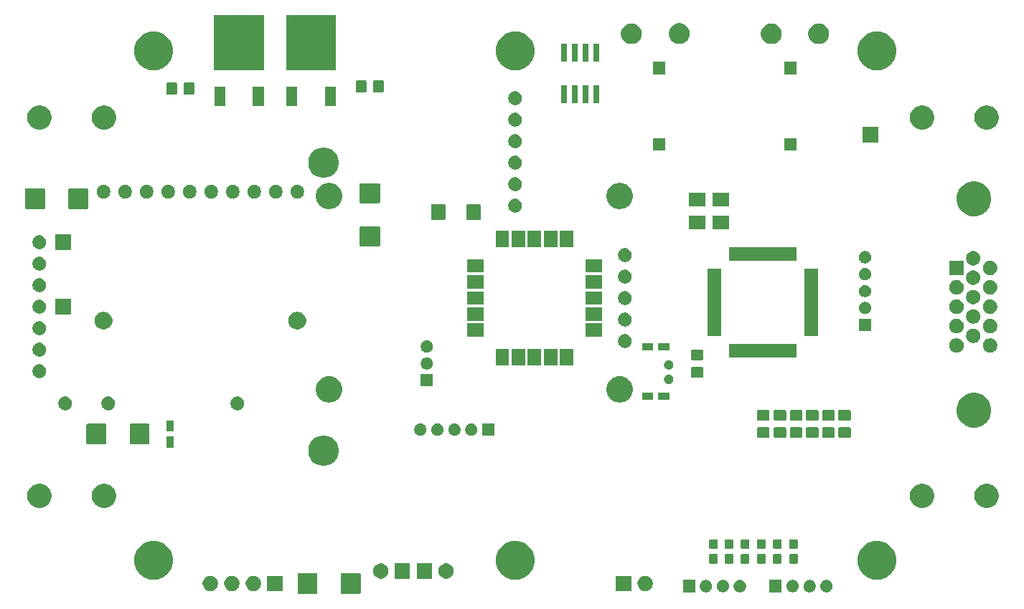
<source format=gts>
G04 #@! TF.GenerationSoftware,KiCad,Pcbnew,(5.1.6)-1*
G04 #@! TF.CreationDate,2021-11-01T19:25:02+01:00*
G04 #@! TF.ProjectId,32mz_gauge4_sensors,33326d7a-5f67-4617-9567-65345f73656e,rev?*
G04 #@! TF.SameCoordinates,Original*
G04 #@! TF.FileFunction,Soldermask,Top*
G04 #@! TF.FilePolarity,Negative*
%FSLAX46Y46*%
G04 Gerber Fmt 4.6, Leading zero omitted, Abs format (unit mm)*
G04 Created by KiCad (PCBNEW (5.1.6)-1) date 2021-11-01 19:25:02*
%MOMM*%
%LPD*%
G01*
G04 APERTURE LIST*
%ADD10C,0.150000*%
G04 APERTURE END LIST*
D10*
G36*
X66230186Y-97532946D02*
G01*
X66260861Y-97542251D01*
X66289129Y-97557361D01*
X66313906Y-97577694D01*
X66334239Y-97602471D01*
X66349349Y-97630739D01*
X66358654Y-97661414D01*
X66362400Y-97699451D01*
X66362400Y-99810949D01*
X66358654Y-99848986D01*
X66349349Y-99879661D01*
X66334239Y-99907929D01*
X66313906Y-99932706D01*
X66289129Y-99953039D01*
X66260861Y-99968149D01*
X66230186Y-99977454D01*
X66192149Y-99981200D01*
X64180651Y-99981200D01*
X64142614Y-99977454D01*
X64111939Y-99968149D01*
X64083671Y-99953039D01*
X64058894Y-99932706D01*
X64038561Y-99907929D01*
X64023451Y-99879661D01*
X64014146Y-99848986D01*
X64010400Y-99810949D01*
X64010400Y-97699451D01*
X64014146Y-97661414D01*
X64023451Y-97630739D01*
X64038561Y-97602471D01*
X64058894Y-97577694D01*
X64083671Y-97557361D01*
X64111939Y-97542251D01*
X64142614Y-97532946D01*
X64180651Y-97529200D01*
X66192149Y-97529200D01*
X66230186Y-97532946D01*
G37*
G36*
X61130186Y-97532946D02*
G01*
X61160861Y-97542251D01*
X61189129Y-97557361D01*
X61213906Y-97577694D01*
X61234239Y-97602471D01*
X61249349Y-97630739D01*
X61258654Y-97661414D01*
X61262400Y-97699451D01*
X61262400Y-99810949D01*
X61258654Y-99848986D01*
X61249349Y-99879661D01*
X61234239Y-99907929D01*
X61213906Y-99932706D01*
X61189129Y-99953039D01*
X61160861Y-99968149D01*
X61130186Y-99977454D01*
X61092149Y-99981200D01*
X59080651Y-99981200D01*
X59042614Y-99977454D01*
X59011939Y-99968149D01*
X58983671Y-99953039D01*
X58958894Y-99932706D01*
X58938561Y-99907929D01*
X58923451Y-99879661D01*
X58914146Y-99848986D01*
X58910400Y-99810949D01*
X58910400Y-97699451D01*
X58914146Y-97661414D01*
X58923451Y-97630739D01*
X58938561Y-97602471D01*
X58958894Y-97577694D01*
X58983671Y-97557361D01*
X59011939Y-97542251D01*
X59042614Y-97532946D01*
X59080651Y-97529200D01*
X61092149Y-97529200D01*
X61130186Y-97532946D01*
G37*
G36*
X121527766Y-98361899D02*
G01*
X121659888Y-98416626D01*
X121659890Y-98416627D01*
X121778798Y-98496079D01*
X121879921Y-98597202D01*
X121926197Y-98666459D01*
X121959374Y-98716112D01*
X122014101Y-98848234D01*
X122042000Y-98988494D01*
X122042000Y-99131506D01*
X122014101Y-99271766D01*
X121990164Y-99329554D01*
X121959373Y-99403890D01*
X121879921Y-99522798D01*
X121778798Y-99623921D01*
X121659890Y-99703373D01*
X121659889Y-99703374D01*
X121659888Y-99703374D01*
X121527766Y-99758101D01*
X121387506Y-99786000D01*
X121244494Y-99786000D01*
X121104234Y-99758101D01*
X120972112Y-99703374D01*
X120972111Y-99703374D01*
X120972110Y-99703373D01*
X120853202Y-99623921D01*
X120752079Y-99522798D01*
X120672627Y-99403890D01*
X120641836Y-99329554D01*
X120617899Y-99271766D01*
X120590000Y-99131506D01*
X120590000Y-98988494D01*
X120617899Y-98848234D01*
X120672626Y-98716112D01*
X120705803Y-98666459D01*
X120752079Y-98597202D01*
X120853202Y-98496079D01*
X120972110Y-98416627D01*
X120972112Y-98416626D01*
X121104234Y-98361899D01*
X121244494Y-98334000D01*
X121387506Y-98334000D01*
X121527766Y-98361899D01*
G37*
G36*
X116042000Y-99786000D02*
G01*
X114590000Y-99786000D01*
X114590000Y-98334000D01*
X116042000Y-98334000D01*
X116042000Y-99786000D01*
G37*
G36*
X117527766Y-98361899D02*
G01*
X117659888Y-98416626D01*
X117659890Y-98416627D01*
X117778798Y-98496079D01*
X117879921Y-98597202D01*
X117926197Y-98666459D01*
X117959374Y-98716112D01*
X118014101Y-98848234D01*
X118042000Y-98988494D01*
X118042000Y-99131506D01*
X118014101Y-99271766D01*
X117990164Y-99329554D01*
X117959373Y-99403890D01*
X117879921Y-99522798D01*
X117778798Y-99623921D01*
X117659890Y-99703373D01*
X117659889Y-99703374D01*
X117659888Y-99703374D01*
X117527766Y-99758101D01*
X117387506Y-99786000D01*
X117244494Y-99786000D01*
X117104234Y-99758101D01*
X116972112Y-99703374D01*
X116972111Y-99703374D01*
X116972110Y-99703373D01*
X116853202Y-99623921D01*
X116752079Y-99522798D01*
X116672627Y-99403890D01*
X116641836Y-99329554D01*
X116617899Y-99271766D01*
X116590000Y-99131506D01*
X116590000Y-98988494D01*
X116617899Y-98848234D01*
X116672626Y-98716112D01*
X116705803Y-98666459D01*
X116752079Y-98597202D01*
X116853202Y-98496079D01*
X116972110Y-98416627D01*
X116972112Y-98416626D01*
X117104234Y-98361899D01*
X117244494Y-98334000D01*
X117387506Y-98334000D01*
X117527766Y-98361899D01*
G37*
G36*
X111304266Y-98361899D02*
G01*
X111436388Y-98416626D01*
X111436390Y-98416627D01*
X111555298Y-98496079D01*
X111656421Y-98597202D01*
X111702697Y-98666459D01*
X111735874Y-98716112D01*
X111790601Y-98848234D01*
X111818500Y-98988494D01*
X111818500Y-99131506D01*
X111790601Y-99271766D01*
X111766664Y-99329554D01*
X111735873Y-99403890D01*
X111656421Y-99522798D01*
X111555298Y-99623921D01*
X111436390Y-99703373D01*
X111436389Y-99703374D01*
X111436388Y-99703374D01*
X111304266Y-99758101D01*
X111164006Y-99786000D01*
X111020994Y-99786000D01*
X110880734Y-99758101D01*
X110748612Y-99703374D01*
X110748611Y-99703374D01*
X110748610Y-99703373D01*
X110629702Y-99623921D01*
X110528579Y-99522798D01*
X110449127Y-99403890D01*
X110418336Y-99329554D01*
X110394399Y-99271766D01*
X110366500Y-99131506D01*
X110366500Y-98988494D01*
X110394399Y-98848234D01*
X110449126Y-98716112D01*
X110482303Y-98666459D01*
X110528579Y-98597202D01*
X110629702Y-98496079D01*
X110748610Y-98416627D01*
X110748612Y-98416626D01*
X110880734Y-98361899D01*
X111020994Y-98334000D01*
X111164006Y-98334000D01*
X111304266Y-98361899D01*
G37*
G36*
X109304266Y-98361899D02*
G01*
X109436388Y-98416626D01*
X109436390Y-98416627D01*
X109555298Y-98496079D01*
X109656421Y-98597202D01*
X109702697Y-98666459D01*
X109735874Y-98716112D01*
X109790601Y-98848234D01*
X109818500Y-98988494D01*
X109818500Y-99131506D01*
X109790601Y-99271766D01*
X109766664Y-99329554D01*
X109735873Y-99403890D01*
X109656421Y-99522798D01*
X109555298Y-99623921D01*
X109436390Y-99703373D01*
X109436389Y-99703374D01*
X109436388Y-99703374D01*
X109304266Y-99758101D01*
X109164006Y-99786000D01*
X109020994Y-99786000D01*
X108880734Y-99758101D01*
X108748612Y-99703374D01*
X108748611Y-99703374D01*
X108748610Y-99703373D01*
X108629702Y-99623921D01*
X108528579Y-99522798D01*
X108449127Y-99403890D01*
X108418336Y-99329554D01*
X108394399Y-99271766D01*
X108366500Y-99131506D01*
X108366500Y-98988494D01*
X108394399Y-98848234D01*
X108449126Y-98716112D01*
X108482303Y-98666459D01*
X108528579Y-98597202D01*
X108629702Y-98496079D01*
X108748610Y-98416627D01*
X108748612Y-98416626D01*
X108880734Y-98361899D01*
X109020994Y-98334000D01*
X109164006Y-98334000D01*
X109304266Y-98361899D01*
G37*
G36*
X105818500Y-99786000D02*
G01*
X104366500Y-99786000D01*
X104366500Y-98334000D01*
X105818500Y-98334000D01*
X105818500Y-99786000D01*
G37*
G36*
X119527766Y-98361899D02*
G01*
X119659888Y-98416626D01*
X119659890Y-98416627D01*
X119778798Y-98496079D01*
X119879921Y-98597202D01*
X119926197Y-98666459D01*
X119959374Y-98716112D01*
X120014101Y-98848234D01*
X120042000Y-98988494D01*
X120042000Y-99131506D01*
X120014101Y-99271766D01*
X119990164Y-99329554D01*
X119959373Y-99403890D01*
X119879921Y-99522798D01*
X119778798Y-99623921D01*
X119659890Y-99703373D01*
X119659889Y-99703374D01*
X119659888Y-99703374D01*
X119527766Y-99758101D01*
X119387506Y-99786000D01*
X119244494Y-99786000D01*
X119104234Y-99758101D01*
X118972112Y-99703374D01*
X118972111Y-99703374D01*
X118972110Y-99703373D01*
X118853202Y-99623921D01*
X118752079Y-99522798D01*
X118672627Y-99403890D01*
X118641836Y-99329554D01*
X118617899Y-99271766D01*
X118590000Y-99131506D01*
X118590000Y-98988494D01*
X118617899Y-98848234D01*
X118672626Y-98716112D01*
X118705803Y-98666459D01*
X118752079Y-98597202D01*
X118853202Y-98496079D01*
X118972110Y-98416627D01*
X118972112Y-98416626D01*
X119104234Y-98361899D01*
X119244494Y-98334000D01*
X119387506Y-98334000D01*
X119527766Y-98361899D01*
G37*
G36*
X107304266Y-98361899D02*
G01*
X107436388Y-98416626D01*
X107436390Y-98416627D01*
X107555298Y-98496079D01*
X107656421Y-98597202D01*
X107702697Y-98666459D01*
X107735874Y-98716112D01*
X107790601Y-98848234D01*
X107818500Y-98988494D01*
X107818500Y-99131506D01*
X107790601Y-99271766D01*
X107766664Y-99329554D01*
X107735873Y-99403890D01*
X107656421Y-99522798D01*
X107555298Y-99623921D01*
X107436390Y-99703373D01*
X107436389Y-99703374D01*
X107436388Y-99703374D01*
X107304266Y-99758101D01*
X107164006Y-99786000D01*
X107020994Y-99786000D01*
X106880734Y-99758101D01*
X106748612Y-99703374D01*
X106748611Y-99703374D01*
X106748610Y-99703373D01*
X106629702Y-99623921D01*
X106528579Y-99522798D01*
X106449127Y-99403890D01*
X106418336Y-99329554D01*
X106394399Y-99271766D01*
X106366500Y-99131506D01*
X106366500Y-98988494D01*
X106394399Y-98848234D01*
X106449126Y-98716112D01*
X106482303Y-98666459D01*
X106528579Y-98597202D01*
X106629702Y-98496079D01*
X106748610Y-98416627D01*
X106748612Y-98416626D01*
X106880734Y-98361899D01*
X107020994Y-98334000D01*
X107164006Y-98334000D01*
X107304266Y-98361899D01*
G37*
G36*
X48729112Y-97859127D02*
G01*
X48878412Y-97888824D01*
X49042384Y-97956744D01*
X49189954Y-98055347D01*
X49315453Y-98180846D01*
X49414056Y-98328416D01*
X49481976Y-98492388D01*
X49516600Y-98666459D01*
X49516600Y-98843941D01*
X49481976Y-99018012D01*
X49414056Y-99181984D01*
X49315453Y-99329554D01*
X49189954Y-99455053D01*
X49042384Y-99553656D01*
X48878412Y-99621576D01*
X48729112Y-99651273D01*
X48704342Y-99656200D01*
X48526858Y-99656200D01*
X48502088Y-99651273D01*
X48352788Y-99621576D01*
X48188816Y-99553656D01*
X48041246Y-99455053D01*
X47915747Y-99329554D01*
X47817144Y-99181984D01*
X47749224Y-99018012D01*
X47714600Y-98843941D01*
X47714600Y-98666459D01*
X47749224Y-98492388D01*
X47817144Y-98328416D01*
X47915747Y-98180846D01*
X48041246Y-98055347D01*
X48188816Y-97956744D01*
X48352788Y-97888824D01*
X48502088Y-97859127D01*
X48526858Y-97854200D01*
X48704342Y-97854200D01*
X48729112Y-97859127D01*
G37*
G36*
X51269112Y-97859127D02*
G01*
X51418412Y-97888824D01*
X51582384Y-97956744D01*
X51729954Y-98055347D01*
X51855453Y-98180846D01*
X51954056Y-98328416D01*
X52021976Y-98492388D01*
X52056600Y-98666459D01*
X52056600Y-98843941D01*
X52021976Y-99018012D01*
X51954056Y-99181984D01*
X51855453Y-99329554D01*
X51729954Y-99455053D01*
X51582384Y-99553656D01*
X51418412Y-99621576D01*
X51269112Y-99651273D01*
X51244342Y-99656200D01*
X51066858Y-99656200D01*
X51042088Y-99651273D01*
X50892788Y-99621576D01*
X50728816Y-99553656D01*
X50581246Y-99455053D01*
X50455747Y-99329554D01*
X50357144Y-99181984D01*
X50289224Y-99018012D01*
X50254600Y-98843941D01*
X50254600Y-98666459D01*
X50289224Y-98492388D01*
X50357144Y-98328416D01*
X50455747Y-98180846D01*
X50581246Y-98055347D01*
X50728816Y-97956744D01*
X50892788Y-97888824D01*
X51042088Y-97859127D01*
X51066858Y-97854200D01*
X51244342Y-97854200D01*
X51269112Y-97859127D01*
G37*
G36*
X53809112Y-97859127D02*
G01*
X53958412Y-97888824D01*
X54122384Y-97956744D01*
X54269954Y-98055347D01*
X54395453Y-98180846D01*
X54494056Y-98328416D01*
X54561976Y-98492388D01*
X54596600Y-98666459D01*
X54596600Y-98843941D01*
X54561976Y-99018012D01*
X54494056Y-99181984D01*
X54395453Y-99329554D01*
X54269954Y-99455053D01*
X54122384Y-99553656D01*
X53958412Y-99621576D01*
X53809112Y-99651273D01*
X53784342Y-99656200D01*
X53606858Y-99656200D01*
X53582088Y-99651273D01*
X53432788Y-99621576D01*
X53268816Y-99553656D01*
X53121246Y-99455053D01*
X52995747Y-99329554D01*
X52897144Y-99181984D01*
X52829224Y-99018012D01*
X52794600Y-98843941D01*
X52794600Y-98666459D01*
X52829224Y-98492388D01*
X52897144Y-98328416D01*
X52995747Y-98180846D01*
X53121246Y-98055347D01*
X53268816Y-97956744D01*
X53432788Y-97888824D01*
X53582088Y-97859127D01*
X53606858Y-97854200D01*
X53784342Y-97854200D01*
X53809112Y-97859127D01*
G37*
G36*
X57136600Y-99656200D02*
G01*
X55334600Y-99656200D01*
X55334600Y-97854200D01*
X57136600Y-97854200D01*
X57136600Y-99656200D01*
G37*
G36*
X98284600Y-99656200D02*
G01*
X96482600Y-99656200D01*
X96482600Y-97854200D01*
X98284600Y-97854200D01*
X98284600Y-99656200D01*
G37*
G36*
X100037112Y-97859127D02*
G01*
X100186412Y-97888824D01*
X100350384Y-97956744D01*
X100497954Y-98055347D01*
X100623453Y-98180846D01*
X100722056Y-98328416D01*
X100789976Y-98492388D01*
X100824600Y-98666459D01*
X100824600Y-98843941D01*
X100789976Y-99018012D01*
X100722056Y-99181984D01*
X100623453Y-99329554D01*
X100497954Y-99455053D01*
X100350384Y-99553656D01*
X100186412Y-99621576D01*
X100037112Y-99651273D01*
X100012342Y-99656200D01*
X99834858Y-99656200D01*
X99810088Y-99651273D01*
X99660788Y-99621576D01*
X99496816Y-99553656D01*
X99349246Y-99455053D01*
X99223747Y-99329554D01*
X99125144Y-99181984D01*
X99057224Y-99018012D01*
X99022600Y-98843941D01*
X99022600Y-98666459D01*
X99057224Y-98492388D01*
X99125144Y-98328416D01*
X99223747Y-98180846D01*
X99349246Y-98055347D01*
X99496816Y-97956744D01*
X99660788Y-97888824D01*
X99810088Y-97859127D01*
X99834858Y-97854200D01*
X100012342Y-97854200D01*
X100037112Y-97859127D01*
G37*
G36*
X84885236Y-93726238D02*
G01*
X85253177Y-93799426D01*
X85671932Y-93972880D01*
X86048802Y-94224696D01*
X86369304Y-94545198D01*
X86621120Y-94922068D01*
X86789574Y-95328753D01*
X86794574Y-95340824D01*
X86883000Y-95785370D01*
X86883000Y-96238630D01*
X86871271Y-96297595D01*
X86794574Y-96683177D01*
X86621120Y-97101932D01*
X86369304Y-97478802D01*
X86048802Y-97799304D01*
X85671932Y-98051120D01*
X85253177Y-98224574D01*
X85030903Y-98268787D01*
X84808630Y-98313000D01*
X84355370Y-98313000D01*
X84133097Y-98268787D01*
X83910823Y-98224574D01*
X83492068Y-98051120D01*
X83115198Y-97799304D01*
X82794696Y-97478802D01*
X82542880Y-97101932D01*
X82369426Y-96683177D01*
X82292729Y-96297595D01*
X82281000Y-96238630D01*
X82281000Y-95785370D01*
X82369426Y-95340824D01*
X82374426Y-95328753D01*
X82542880Y-94922068D01*
X82794696Y-94545198D01*
X83115198Y-94224696D01*
X83492068Y-93972880D01*
X83910823Y-93799426D01*
X84278764Y-93726238D01*
X84355370Y-93711000D01*
X84808630Y-93711000D01*
X84885236Y-93726238D01*
G37*
G36*
X42213236Y-93726238D02*
G01*
X42581177Y-93799426D01*
X42999932Y-93972880D01*
X43376802Y-94224696D01*
X43697304Y-94545198D01*
X43949120Y-94922068D01*
X44117574Y-95328753D01*
X44122574Y-95340824D01*
X44211000Y-95785370D01*
X44211000Y-96238630D01*
X44199271Y-96297595D01*
X44122574Y-96683177D01*
X43949120Y-97101932D01*
X43697304Y-97478802D01*
X43376802Y-97799304D01*
X42999932Y-98051120D01*
X42581177Y-98224574D01*
X42358903Y-98268787D01*
X42136630Y-98313000D01*
X41683370Y-98313000D01*
X41461097Y-98268787D01*
X41238823Y-98224574D01*
X40820068Y-98051120D01*
X40443198Y-97799304D01*
X40122696Y-97478802D01*
X39870880Y-97101932D01*
X39697426Y-96683177D01*
X39620729Y-96297595D01*
X39609000Y-96238630D01*
X39609000Y-95785370D01*
X39697426Y-95340824D01*
X39702426Y-95328753D01*
X39870880Y-94922068D01*
X40122696Y-94545198D01*
X40443198Y-94224696D01*
X40820068Y-93972880D01*
X41238823Y-93799426D01*
X41606764Y-93726238D01*
X41683370Y-93711000D01*
X42136630Y-93711000D01*
X42213236Y-93726238D01*
G37*
G36*
X127557236Y-93726238D02*
G01*
X127925177Y-93799426D01*
X128343932Y-93972880D01*
X128720802Y-94224696D01*
X129041304Y-94545198D01*
X129293120Y-94922068D01*
X129461574Y-95328753D01*
X129466574Y-95340824D01*
X129555000Y-95785370D01*
X129555000Y-96238630D01*
X129543271Y-96297595D01*
X129466574Y-96683177D01*
X129293120Y-97101932D01*
X129041304Y-97478802D01*
X128720802Y-97799304D01*
X128343932Y-98051120D01*
X127925177Y-98224574D01*
X127702903Y-98268787D01*
X127480630Y-98313000D01*
X127027370Y-98313000D01*
X126805097Y-98268787D01*
X126582823Y-98224574D01*
X126164068Y-98051120D01*
X125787198Y-97799304D01*
X125466696Y-97478802D01*
X125214880Y-97101932D01*
X125041426Y-96683177D01*
X124964729Y-96297595D01*
X124953000Y-96238630D01*
X124953000Y-95785370D01*
X125041426Y-95340824D01*
X125046426Y-95328753D01*
X125214880Y-94922068D01*
X125466696Y-94545198D01*
X125787198Y-94224696D01*
X126164068Y-93972880D01*
X126582823Y-93799426D01*
X126950764Y-93726238D01*
X127027370Y-93711000D01*
X127480630Y-93711000D01*
X127557236Y-93726238D01*
G37*
G36*
X72173400Y-98183000D02*
G01*
X70371400Y-98183000D01*
X70371400Y-96381000D01*
X72173400Y-96381000D01*
X72173400Y-98183000D01*
G37*
G36*
X74789600Y-98183000D02*
G01*
X72987600Y-98183000D01*
X72987600Y-96381000D01*
X74789600Y-96381000D01*
X74789600Y-98183000D01*
G37*
G36*
X76542112Y-96385927D02*
G01*
X76691412Y-96415624D01*
X76855384Y-96483544D01*
X77002954Y-96582147D01*
X77128453Y-96707646D01*
X77227056Y-96855216D01*
X77294976Y-97019188D01*
X77329600Y-97193259D01*
X77329600Y-97370741D01*
X77294976Y-97544812D01*
X77227056Y-97708784D01*
X77128453Y-97856354D01*
X77002954Y-97981853D01*
X76855384Y-98080456D01*
X76691412Y-98148376D01*
X76542112Y-98178073D01*
X76517342Y-98183000D01*
X76339858Y-98183000D01*
X76315088Y-98178073D01*
X76165788Y-98148376D01*
X76001816Y-98080456D01*
X75854246Y-97981853D01*
X75728747Y-97856354D01*
X75630144Y-97708784D01*
X75562224Y-97544812D01*
X75527600Y-97370741D01*
X75527600Y-97193259D01*
X75562224Y-97019188D01*
X75630144Y-96855216D01*
X75728747Y-96707646D01*
X75854246Y-96582147D01*
X76001816Y-96483544D01*
X76165788Y-96415624D01*
X76315088Y-96385927D01*
X76339858Y-96381000D01*
X76517342Y-96381000D01*
X76542112Y-96385927D01*
G37*
G36*
X68845912Y-96385927D02*
G01*
X68995212Y-96415624D01*
X69159184Y-96483544D01*
X69306754Y-96582147D01*
X69432253Y-96707646D01*
X69530856Y-96855216D01*
X69598776Y-97019188D01*
X69633400Y-97193259D01*
X69633400Y-97370741D01*
X69598776Y-97544812D01*
X69530856Y-97708784D01*
X69432253Y-97856354D01*
X69306754Y-97981853D01*
X69159184Y-98080456D01*
X68995212Y-98148376D01*
X68845912Y-98178073D01*
X68821142Y-98183000D01*
X68643658Y-98183000D01*
X68618888Y-98178073D01*
X68469588Y-98148376D01*
X68305616Y-98080456D01*
X68158046Y-97981853D01*
X68032547Y-97856354D01*
X67933944Y-97708784D01*
X67866024Y-97544812D01*
X67831400Y-97370741D01*
X67831400Y-97193259D01*
X67866024Y-97019188D01*
X67933944Y-96855216D01*
X68032547Y-96707646D01*
X68158046Y-96582147D01*
X68305616Y-96483544D01*
X68469588Y-96415624D01*
X68618888Y-96385927D01*
X68643658Y-96381000D01*
X68821142Y-96381000D01*
X68845912Y-96385927D01*
G37*
G36*
X115883699Y-95274045D02*
G01*
X115921195Y-95285420D01*
X115955754Y-95303892D01*
X115986047Y-95328753D01*
X116010908Y-95359046D01*
X116029380Y-95393605D01*
X116040755Y-95431101D01*
X116045200Y-95476238D01*
X116045200Y-96214962D01*
X116040755Y-96260099D01*
X116029380Y-96297595D01*
X116010908Y-96332154D01*
X115986047Y-96362447D01*
X115955754Y-96387308D01*
X115921195Y-96405780D01*
X115883699Y-96417155D01*
X115838562Y-96421600D01*
X115199838Y-96421600D01*
X115154701Y-96417155D01*
X115117205Y-96405780D01*
X115082646Y-96387308D01*
X115052353Y-96362447D01*
X115027492Y-96332154D01*
X115009020Y-96297595D01*
X114997645Y-96260099D01*
X114993200Y-96214962D01*
X114993200Y-95476238D01*
X114997645Y-95431101D01*
X115009020Y-95393605D01*
X115027492Y-95359046D01*
X115052353Y-95328753D01*
X115082646Y-95303892D01*
X115117205Y-95285420D01*
X115154701Y-95274045D01*
X115199838Y-95269600D01*
X115838562Y-95269600D01*
X115883699Y-95274045D01*
G37*
G36*
X108327199Y-95274045D02*
G01*
X108364695Y-95285420D01*
X108399254Y-95303892D01*
X108429547Y-95328753D01*
X108454408Y-95359046D01*
X108472880Y-95393605D01*
X108484255Y-95431101D01*
X108488700Y-95476238D01*
X108488700Y-96214962D01*
X108484255Y-96260099D01*
X108472880Y-96297595D01*
X108454408Y-96332154D01*
X108429547Y-96362447D01*
X108399254Y-96387308D01*
X108364695Y-96405780D01*
X108327199Y-96417155D01*
X108282062Y-96421600D01*
X107643338Y-96421600D01*
X107598201Y-96417155D01*
X107560705Y-96405780D01*
X107526146Y-96387308D01*
X107495853Y-96362447D01*
X107470992Y-96332154D01*
X107452520Y-96297595D01*
X107441145Y-96260099D01*
X107436700Y-96214962D01*
X107436700Y-95476238D01*
X107441145Y-95431101D01*
X107452520Y-95393605D01*
X107470992Y-95359046D01*
X107495853Y-95328753D01*
X107526146Y-95303892D01*
X107560705Y-95285420D01*
X107598201Y-95274045D01*
X107643338Y-95269600D01*
X108282062Y-95269600D01*
X108327199Y-95274045D01*
G37*
G36*
X112073699Y-95274045D02*
G01*
X112111195Y-95285420D01*
X112145754Y-95303892D01*
X112176047Y-95328753D01*
X112200908Y-95359046D01*
X112219380Y-95393605D01*
X112230755Y-95431101D01*
X112235200Y-95476238D01*
X112235200Y-96214962D01*
X112230755Y-96260099D01*
X112219380Y-96297595D01*
X112200908Y-96332154D01*
X112176047Y-96362447D01*
X112145754Y-96387308D01*
X112111195Y-96405780D01*
X112073699Y-96417155D01*
X112028562Y-96421600D01*
X111389838Y-96421600D01*
X111344701Y-96417155D01*
X111307205Y-96405780D01*
X111272646Y-96387308D01*
X111242353Y-96362447D01*
X111217492Y-96332154D01*
X111199020Y-96297595D01*
X111187645Y-96260099D01*
X111183200Y-96214962D01*
X111183200Y-95476238D01*
X111187645Y-95431101D01*
X111199020Y-95393605D01*
X111217492Y-95359046D01*
X111242353Y-95328753D01*
X111272646Y-95303892D01*
X111307205Y-95285420D01*
X111344701Y-95274045D01*
X111389838Y-95269600D01*
X112028562Y-95269600D01*
X112073699Y-95274045D01*
G37*
G36*
X110168699Y-95274045D02*
G01*
X110206195Y-95285420D01*
X110240754Y-95303892D01*
X110271047Y-95328753D01*
X110295908Y-95359046D01*
X110314380Y-95393605D01*
X110325755Y-95431101D01*
X110330200Y-95476238D01*
X110330200Y-96214962D01*
X110325755Y-96260099D01*
X110314380Y-96297595D01*
X110295908Y-96332154D01*
X110271047Y-96362447D01*
X110240754Y-96387308D01*
X110206195Y-96405780D01*
X110168699Y-96417155D01*
X110123562Y-96421600D01*
X109484838Y-96421600D01*
X109439701Y-96417155D01*
X109402205Y-96405780D01*
X109367646Y-96387308D01*
X109337353Y-96362447D01*
X109312492Y-96332154D01*
X109294020Y-96297595D01*
X109282645Y-96260099D01*
X109278200Y-96214962D01*
X109278200Y-95476238D01*
X109282645Y-95431101D01*
X109294020Y-95393605D01*
X109312492Y-95359046D01*
X109337353Y-95328753D01*
X109367646Y-95303892D01*
X109402205Y-95285420D01*
X109439701Y-95274045D01*
X109484838Y-95269600D01*
X110123562Y-95269600D01*
X110168699Y-95274045D01*
G37*
G36*
X113978699Y-95274045D02*
G01*
X114016195Y-95285420D01*
X114050754Y-95303892D01*
X114081047Y-95328753D01*
X114105908Y-95359046D01*
X114124380Y-95393605D01*
X114135755Y-95431101D01*
X114140200Y-95476238D01*
X114140200Y-96214962D01*
X114135755Y-96260099D01*
X114124380Y-96297595D01*
X114105908Y-96332154D01*
X114081047Y-96362447D01*
X114050754Y-96387308D01*
X114016195Y-96405780D01*
X113978699Y-96417155D01*
X113933562Y-96421600D01*
X113294838Y-96421600D01*
X113249701Y-96417155D01*
X113212205Y-96405780D01*
X113177646Y-96387308D01*
X113147353Y-96362447D01*
X113122492Y-96332154D01*
X113104020Y-96297595D01*
X113092645Y-96260099D01*
X113088200Y-96214962D01*
X113088200Y-95476238D01*
X113092645Y-95431101D01*
X113104020Y-95393605D01*
X113122492Y-95359046D01*
X113147353Y-95328753D01*
X113177646Y-95303892D01*
X113212205Y-95285420D01*
X113249701Y-95274045D01*
X113294838Y-95269600D01*
X113933562Y-95269600D01*
X113978699Y-95274045D01*
G37*
G36*
X117788699Y-95274045D02*
G01*
X117826195Y-95285420D01*
X117860754Y-95303892D01*
X117891047Y-95328753D01*
X117915908Y-95359046D01*
X117934380Y-95393605D01*
X117945755Y-95431101D01*
X117950200Y-95476238D01*
X117950200Y-96214962D01*
X117945755Y-96260099D01*
X117934380Y-96297595D01*
X117915908Y-96332154D01*
X117891047Y-96362447D01*
X117860754Y-96387308D01*
X117826195Y-96405780D01*
X117788699Y-96417155D01*
X117743562Y-96421600D01*
X117104838Y-96421600D01*
X117059701Y-96417155D01*
X117022205Y-96405780D01*
X116987646Y-96387308D01*
X116957353Y-96362447D01*
X116932492Y-96332154D01*
X116914020Y-96297595D01*
X116902645Y-96260099D01*
X116898200Y-96214962D01*
X116898200Y-95476238D01*
X116902645Y-95431101D01*
X116914020Y-95393605D01*
X116932492Y-95359046D01*
X116957353Y-95328753D01*
X116987646Y-95303892D01*
X117022205Y-95285420D01*
X117059701Y-95274045D01*
X117104838Y-95269600D01*
X117743562Y-95269600D01*
X117788699Y-95274045D01*
G37*
G36*
X117788699Y-93524045D02*
G01*
X117826195Y-93535420D01*
X117860754Y-93553892D01*
X117891047Y-93578753D01*
X117915908Y-93609046D01*
X117934380Y-93643605D01*
X117945755Y-93681101D01*
X117950200Y-93726238D01*
X117950200Y-94464962D01*
X117945755Y-94510099D01*
X117934380Y-94547595D01*
X117915908Y-94582154D01*
X117891047Y-94612447D01*
X117860754Y-94637308D01*
X117826195Y-94655780D01*
X117788699Y-94667155D01*
X117743562Y-94671600D01*
X117104838Y-94671600D01*
X117059701Y-94667155D01*
X117022205Y-94655780D01*
X116987646Y-94637308D01*
X116957353Y-94612447D01*
X116932492Y-94582154D01*
X116914020Y-94547595D01*
X116902645Y-94510099D01*
X116898200Y-94464962D01*
X116898200Y-93726238D01*
X116902645Y-93681101D01*
X116914020Y-93643605D01*
X116932492Y-93609046D01*
X116957353Y-93578753D01*
X116987646Y-93553892D01*
X117022205Y-93535420D01*
X117059701Y-93524045D01*
X117104838Y-93519600D01*
X117743562Y-93519600D01*
X117788699Y-93524045D01*
G37*
G36*
X112073699Y-93524045D02*
G01*
X112111195Y-93535420D01*
X112145754Y-93553892D01*
X112176047Y-93578753D01*
X112200908Y-93609046D01*
X112219380Y-93643605D01*
X112230755Y-93681101D01*
X112235200Y-93726238D01*
X112235200Y-94464962D01*
X112230755Y-94510099D01*
X112219380Y-94547595D01*
X112200908Y-94582154D01*
X112176047Y-94612447D01*
X112145754Y-94637308D01*
X112111195Y-94655780D01*
X112073699Y-94667155D01*
X112028562Y-94671600D01*
X111389838Y-94671600D01*
X111344701Y-94667155D01*
X111307205Y-94655780D01*
X111272646Y-94637308D01*
X111242353Y-94612447D01*
X111217492Y-94582154D01*
X111199020Y-94547595D01*
X111187645Y-94510099D01*
X111183200Y-94464962D01*
X111183200Y-93726238D01*
X111187645Y-93681101D01*
X111199020Y-93643605D01*
X111217492Y-93609046D01*
X111242353Y-93578753D01*
X111272646Y-93553892D01*
X111307205Y-93535420D01*
X111344701Y-93524045D01*
X111389838Y-93519600D01*
X112028562Y-93519600D01*
X112073699Y-93524045D01*
G37*
G36*
X108327199Y-93524045D02*
G01*
X108364695Y-93535420D01*
X108399254Y-93553892D01*
X108429547Y-93578753D01*
X108454408Y-93609046D01*
X108472880Y-93643605D01*
X108484255Y-93681101D01*
X108488700Y-93726238D01*
X108488700Y-94464962D01*
X108484255Y-94510099D01*
X108472880Y-94547595D01*
X108454408Y-94582154D01*
X108429547Y-94612447D01*
X108399254Y-94637308D01*
X108364695Y-94655780D01*
X108327199Y-94667155D01*
X108282062Y-94671600D01*
X107643338Y-94671600D01*
X107598201Y-94667155D01*
X107560705Y-94655780D01*
X107526146Y-94637308D01*
X107495853Y-94612447D01*
X107470992Y-94582154D01*
X107452520Y-94547595D01*
X107441145Y-94510099D01*
X107436700Y-94464962D01*
X107436700Y-93726238D01*
X107441145Y-93681101D01*
X107452520Y-93643605D01*
X107470992Y-93609046D01*
X107495853Y-93578753D01*
X107526146Y-93553892D01*
X107560705Y-93535420D01*
X107598201Y-93524045D01*
X107643338Y-93519600D01*
X108282062Y-93519600D01*
X108327199Y-93524045D01*
G37*
G36*
X113978699Y-93524045D02*
G01*
X114016195Y-93535420D01*
X114050754Y-93553892D01*
X114081047Y-93578753D01*
X114105908Y-93609046D01*
X114124380Y-93643605D01*
X114135755Y-93681101D01*
X114140200Y-93726238D01*
X114140200Y-94464962D01*
X114135755Y-94510099D01*
X114124380Y-94547595D01*
X114105908Y-94582154D01*
X114081047Y-94612447D01*
X114050754Y-94637308D01*
X114016195Y-94655780D01*
X113978699Y-94667155D01*
X113933562Y-94671600D01*
X113294838Y-94671600D01*
X113249701Y-94667155D01*
X113212205Y-94655780D01*
X113177646Y-94637308D01*
X113147353Y-94612447D01*
X113122492Y-94582154D01*
X113104020Y-94547595D01*
X113092645Y-94510099D01*
X113088200Y-94464962D01*
X113088200Y-93726238D01*
X113092645Y-93681101D01*
X113104020Y-93643605D01*
X113122492Y-93609046D01*
X113147353Y-93578753D01*
X113177646Y-93553892D01*
X113212205Y-93535420D01*
X113249701Y-93524045D01*
X113294838Y-93519600D01*
X113933562Y-93519600D01*
X113978699Y-93524045D01*
G37*
G36*
X110168699Y-93524045D02*
G01*
X110206195Y-93535420D01*
X110240754Y-93553892D01*
X110271047Y-93578753D01*
X110295908Y-93609046D01*
X110314380Y-93643605D01*
X110325755Y-93681101D01*
X110330200Y-93726238D01*
X110330200Y-94464962D01*
X110325755Y-94510099D01*
X110314380Y-94547595D01*
X110295908Y-94582154D01*
X110271047Y-94612447D01*
X110240754Y-94637308D01*
X110206195Y-94655780D01*
X110168699Y-94667155D01*
X110123562Y-94671600D01*
X109484838Y-94671600D01*
X109439701Y-94667155D01*
X109402205Y-94655780D01*
X109367646Y-94637308D01*
X109337353Y-94612447D01*
X109312492Y-94582154D01*
X109294020Y-94547595D01*
X109282645Y-94510099D01*
X109278200Y-94464962D01*
X109278200Y-93726238D01*
X109282645Y-93681101D01*
X109294020Y-93643605D01*
X109312492Y-93609046D01*
X109337353Y-93578753D01*
X109367646Y-93553892D01*
X109402205Y-93535420D01*
X109439701Y-93524045D01*
X109484838Y-93519600D01*
X110123562Y-93519600D01*
X110168699Y-93524045D01*
G37*
G36*
X115883699Y-93524045D02*
G01*
X115921195Y-93535420D01*
X115955754Y-93553892D01*
X115986047Y-93578753D01*
X116010908Y-93609046D01*
X116029380Y-93643605D01*
X116040755Y-93681101D01*
X116045200Y-93726238D01*
X116045200Y-94464962D01*
X116040755Y-94510099D01*
X116029380Y-94547595D01*
X116010908Y-94582154D01*
X115986047Y-94612447D01*
X115955754Y-94637308D01*
X115921195Y-94655780D01*
X115883699Y-94667155D01*
X115838562Y-94671600D01*
X115199838Y-94671600D01*
X115154701Y-94667155D01*
X115117205Y-94655780D01*
X115082646Y-94637308D01*
X115052353Y-94612447D01*
X115027492Y-94582154D01*
X115009020Y-94547595D01*
X114997645Y-94510099D01*
X114993200Y-94464962D01*
X114993200Y-93726238D01*
X114997645Y-93681101D01*
X115009020Y-93643605D01*
X115027492Y-93609046D01*
X115052353Y-93578753D01*
X115082646Y-93553892D01*
X115117205Y-93535420D01*
X115154701Y-93524045D01*
X115199838Y-93519600D01*
X115838562Y-93519600D01*
X115883699Y-93524045D01*
G37*
G36*
X133011241Y-86996760D02*
G01*
X133275305Y-87106139D01*
X133512958Y-87264934D01*
X133715066Y-87467042D01*
X133873861Y-87704695D01*
X133983240Y-87968759D01*
X134039000Y-88249088D01*
X134039000Y-88534912D01*
X133983240Y-88815241D01*
X133873861Y-89079305D01*
X133715066Y-89316958D01*
X133512958Y-89519066D01*
X133275305Y-89677861D01*
X133011241Y-89787240D01*
X132730912Y-89843000D01*
X132445088Y-89843000D01*
X132164759Y-89787240D01*
X131900695Y-89677861D01*
X131663042Y-89519066D01*
X131460934Y-89316958D01*
X131302139Y-89079305D01*
X131192760Y-88815241D01*
X131137000Y-88534912D01*
X131137000Y-88249088D01*
X131192760Y-87968759D01*
X131302139Y-87704695D01*
X131460934Y-87467042D01*
X131663042Y-87264934D01*
X131900695Y-87106139D01*
X132164759Y-86996760D01*
X132445088Y-86941000D01*
X132730912Y-86941000D01*
X133011241Y-86996760D01*
G37*
G36*
X140631241Y-86996760D02*
G01*
X140895305Y-87106139D01*
X141132958Y-87264934D01*
X141335066Y-87467042D01*
X141493861Y-87704695D01*
X141603240Y-87968759D01*
X141659000Y-88249088D01*
X141659000Y-88534912D01*
X141603240Y-88815241D01*
X141493861Y-89079305D01*
X141335066Y-89316958D01*
X141132958Y-89519066D01*
X140895305Y-89677861D01*
X140631241Y-89787240D01*
X140350912Y-89843000D01*
X140065088Y-89843000D01*
X139784759Y-89787240D01*
X139520695Y-89677861D01*
X139283042Y-89519066D01*
X139080934Y-89316958D01*
X138922139Y-89079305D01*
X138812760Y-88815241D01*
X138757000Y-88534912D01*
X138757000Y-88249088D01*
X138812760Y-87968759D01*
X138922139Y-87704695D01*
X139080934Y-87467042D01*
X139283042Y-87264934D01*
X139520695Y-87106139D01*
X139784759Y-86996760D01*
X140065088Y-86941000D01*
X140350912Y-86941000D01*
X140631241Y-86996760D01*
G37*
G36*
X36491241Y-86996760D02*
G01*
X36755305Y-87106139D01*
X36992958Y-87264934D01*
X37195066Y-87467042D01*
X37353861Y-87704695D01*
X37463240Y-87968759D01*
X37519000Y-88249088D01*
X37519000Y-88534912D01*
X37463240Y-88815241D01*
X37353861Y-89079305D01*
X37195066Y-89316958D01*
X36992958Y-89519066D01*
X36755305Y-89677861D01*
X36491241Y-89787240D01*
X36210912Y-89843000D01*
X35925088Y-89843000D01*
X35644759Y-89787240D01*
X35380695Y-89677861D01*
X35143042Y-89519066D01*
X34940934Y-89316958D01*
X34782139Y-89079305D01*
X34672760Y-88815241D01*
X34617000Y-88534912D01*
X34617000Y-88249088D01*
X34672760Y-87968759D01*
X34782139Y-87704695D01*
X34940934Y-87467042D01*
X35143042Y-87264934D01*
X35380695Y-87106139D01*
X35644759Y-86996760D01*
X35925088Y-86941000D01*
X36210912Y-86941000D01*
X36491241Y-86996760D01*
G37*
G36*
X28871241Y-86996760D02*
G01*
X29135305Y-87106139D01*
X29372958Y-87264934D01*
X29575066Y-87467042D01*
X29733861Y-87704695D01*
X29843240Y-87968759D01*
X29899000Y-88249088D01*
X29899000Y-88534912D01*
X29843240Y-88815241D01*
X29733861Y-89079305D01*
X29575066Y-89316958D01*
X29372958Y-89519066D01*
X29135305Y-89677861D01*
X28871241Y-89787240D01*
X28590912Y-89843000D01*
X28305088Y-89843000D01*
X28024759Y-89787240D01*
X27760695Y-89677861D01*
X27523042Y-89519066D01*
X27320934Y-89316958D01*
X27162139Y-89079305D01*
X27052760Y-88815241D01*
X26997000Y-88534912D01*
X26997000Y-88249088D01*
X27052760Y-87968759D01*
X27162139Y-87704695D01*
X27320934Y-87467042D01*
X27523042Y-87264934D01*
X27760695Y-87106139D01*
X28024759Y-86996760D01*
X28305088Y-86941000D01*
X28590912Y-86941000D01*
X28871241Y-86996760D01*
G37*
G36*
X62501331Y-81326211D02*
G01*
X62829092Y-81461974D01*
X63124070Y-81659072D01*
X63374928Y-81909930D01*
X63572026Y-82204908D01*
X63707789Y-82532669D01*
X63777000Y-82880616D01*
X63777000Y-83235384D01*
X63707789Y-83583331D01*
X63572026Y-83911092D01*
X63374928Y-84206070D01*
X63124070Y-84456928D01*
X62829092Y-84654026D01*
X62501331Y-84789789D01*
X62153384Y-84859000D01*
X61798616Y-84859000D01*
X61450669Y-84789789D01*
X61122908Y-84654026D01*
X60827930Y-84456928D01*
X60577072Y-84206070D01*
X60379974Y-83911092D01*
X60244211Y-83583331D01*
X60175000Y-83235384D01*
X60175000Y-82880616D01*
X60244211Y-82532669D01*
X60379974Y-82204908D01*
X60577072Y-81909930D01*
X60827930Y-81659072D01*
X61122908Y-81461974D01*
X61450669Y-81326211D01*
X61798616Y-81257000D01*
X62153384Y-81257000D01*
X62501331Y-81326211D01*
G37*
G36*
X44304500Y-82690500D02*
G01*
X43452500Y-82690500D01*
X43452500Y-81388500D01*
X44304500Y-81388500D01*
X44304500Y-82690500D01*
G37*
G36*
X36212786Y-79867246D02*
G01*
X36243461Y-79876551D01*
X36271729Y-79891661D01*
X36296506Y-79911994D01*
X36316839Y-79936771D01*
X36331949Y-79965039D01*
X36341254Y-79995714D01*
X36345000Y-80033751D01*
X36345000Y-82145249D01*
X36341254Y-82183286D01*
X36331949Y-82213961D01*
X36316839Y-82242229D01*
X36296506Y-82267006D01*
X36271729Y-82287339D01*
X36243461Y-82302449D01*
X36212786Y-82311754D01*
X36174749Y-82315500D01*
X34163251Y-82315500D01*
X34125214Y-82311754D01*
X34094539Y-82302449D01*
X34066271Y-82287339D01*
X34041494Y-82267006D01*
X34021161Y-82242229D01*
X34006051Y-82213961D01*
X33996746Y-82183286D01*
X33993000Y-82145249D01*
X33993000Y-80033751D01*
X33996746Y-79995714D01*
X34006051Y-79965039D01*
X34021161Y-79936771D01*
X34041494Y-79911994D01*
X34066271Y-79891661D01*
X34094539Y-79876551D01*
X34125214Y-79867246D01*
X34163251Y-79863500D01*
X36174749Y-79863500D01*
X36212786Y-79867246D01*
G37*
G36*
X41312786Y-79867246D02*
G01*
X41343461Y-79876551D01*
X41371729Y-79891661D01*
X41396506Y-79911994D01*
X41416839Y-79936771D01*
X41431949Y-79965039D01*
X41441254Y-79995714D01*
X41445000Y-80033751D01*
X41445000Y-82145249D01*
X41441254Y-82183286D01*
X41431949Y-82213961D01*
X41416839Y-82242229D01*
X41396506Y-82267006D01*
X41371729Y-82287339D01*
X41343461Y-82302449D01*
X41312786Y-82311754D01*
X41274749Y-82315500D01*
X39263251Y-82315500D01*
X39225214Y-82311754D01*
X39194539Y-82302449D01*
X39166271Y-82287339D01*
X39141494Y-82267006D01*
X39121161Y-82242229D01*
X39106051Y-82213961D01*
X39096746Y-82183286D01*
X39093000Y-82145249D01*
X39093000Y-80033751D01*
X39096746Y-79995714D01*
X39106051Y-79965039D01*
X39121161Y-79936771D01*
X39141494Y-79911994D01*
X39166271Y-79891661D01*
X39194539Y-79876551D01*
X39225214Y-79867246D01*
X39263251Y-79863500D01*
X41274749Y-79863500D01*
X41312786Y-79867246D01*
G37*
G36*
X124032674Y-80299165D02*
G01*
X124070367Y-80310599D01*
X124105103Y-80329166D01*
X124135548Y-80354152D01*
X124160534Y-80384597D01*
X124179101Y-80419333D01*
X124190535Y-80457026D01*
X124195000Y-80502361D01*
X124195000Y-81339039D01*
X124190535Y-81384374D01*
X124179101Y-81422067D01*
X124160534Y-81456803D01*
X124135548Y-81487248D01*
X124105103Y-81512234D01*
X124070367Y-81530801D01*
X124032674Y-81542235D01*
X123987339Y-81546700D01*
X122900661Y-81546700D01*
X122855326Y-81542235D01*
X122817633Y-81530801D01*
X122782897Y-81512234D01*
X122752452Y-81487248D01*
X122727466Y-81456803D01*
X122708899Y-81422067D01*
X122697465Y-81384374D01*
X122693000Y-81339039D01*
X122693000Y-80502361D01*
X122697465Y-80457026D01*
X122708899Y-80419333D01*
X122727466Y-80384597D01*
X122752452Y-80354152D01*
X122782897Y-80329166D01*
X122817633Y-80310599D01*
X122855326Y-80299165D01*
X122900661Y-80294700D01*
X123987339Y-80294700D01*
X124032674Y-80299165D01*
G37*
G36*
X120222674Y-80299165D02*
G01*
X120260367Y-80310599D01*
X120295103Y-80329166D01*
X120325548Y-80354152D01*
X120350534Y-80384597D01*
X120369101Y-80419333D01*
X120380535Y-80457026D01*
X120385000Y-80502361D01*
X120385000Y-81339039D01*
X120380535Y-81384374D01*
X120369101Y-81422067D01*
X120350534Y-81456803D01*
X120325548Y-81487248D01*
X120295103Y-81512234D01*
X120260367Y-81530801D01*
X120222674Y-81542235D01*
X120177339Y-81546700D01*
X119090661Y-81546700D01*
X119045326Y-81542235D01*
X119007633Y-81530801D01*
X118972897Y-81512234D01*
X118942452Y-81487248D01*
X118917466Y-81456803D01*
X118898899Y-81422067D01*
X118887465Y-81384374D01*
X118883000Y-81339039D01*
X118883000Y-80502361D01*
X118887465Y-80457026D01*
X118898899Y-80419333D01*
X118917466Y-80384597D01*
X118942452Y-80354152D01*
X118972897Y-80329166D01*
X119007633Y-80310599D01*
X119045326Y-80299165D01*
X119090661Y-80294700D01*
X120177339Y-80294700D01*
X120222674Y-80299165D01*
G37*
G36*
X118317674Y-80299165D02*
G01*
X118355367Y-80310599D01*
X118390103Y-80329166D01*
X118420548Y-80354152D01*
X118445534Y-80384597D01*
X118464101Y-80419333D01*
X118475535Y-80457026D01*
X118480000Y-80502361D01*
X118480000Y-81339039D01*
X118475535Y-81384374D01*
X118464101Y-81422067D01*
X118445534Y-81456803D01*
X118420548Y-81487248D01*
X118390103Y-81512234D01*
X118355367Y-81530801D01*
X118317674Y-81542235D01*
X118272339Y-81546700D01*
X117185661Y-81546700D01*
X117140326Y-81542235D01*
X117102633Y-81530801D01*
X117067897Y-81512234D01*
X117037452Y-81487248D01*
X117012466Y-81456803D01*
X116993899Y-81422067D01*
X116982465Y-81384374D01*
X116978000Y-81339039D01*
X116978000Y-80502361D01*
X116982465Y-80457026D01*
X116993899Y-80419333D01*
X117012466Y-80384597D01*
X117037452Y-80354152D01*
X117067897Y-80329166D01*
X117102633Y-80310599D01*
X117140326Y-80299165D01*
X117185661Y-80294700D01*
X118272339Y-80294700D01*
X118317674Y-80299165D01*
G37*
G36*
X114444174Y-80299165D02*
G01*
X114481867Y-80310599D01*
X114516603Y-80329166D01*
X114547048Y-80354152D01*
X114572034Y-80384597D01*
X114590601Y-80419333D01*
X114602035Y-80457026D01*
X114606500Y-80502361D01*
X114606500Y-81339039D01*
X114602035Y-81384374D01*
X114590601Y-81422067D01*
X114572034Y-81456803D01*
X114547048Y-81487248D01*
X114516603Y-81512234D01*
X114481867Y-81530801D01*
X114444174Y-81542235D01*
X114398839Y-81546700D01*
X113312161Y-81546700D01*
X113266826Y-81542235D01*
X113229133Y-81530801D01*
X113194397Y-81512234D01*
X113163952Y-81487248D01*
X113138966Y-81456803D01*
X113120399Y-81422067D01*
X113108965Y-81384374D01*
X113104500Y-81339039D01*
X113104500Y-80502361D01*
X113108965Y-80457026D01*
X113120399Y-80419333D01*
X113138966Y-80384597D01*
X113163952Y-80354152D01*
X113194397Y-80329166D01*
X113229133Y-80310599D01*
X113266826Y-80299165D01*
X113312161Y-80294700D01*
X114398839Y-80294700D01*
X114444174Y-80299165D01*
G37*
G36*
X122127674Y-80299165D02*
G01*
X122165367Y-80310599D01*
X122200103Y-80329166D01*
X122230548Y-80354152D01*
X122255534Y-80384597D01*
X122274101Y-80419333D01*
X122285535Y-80457026D01*
X122290000Y-80502361D01*
X122290000Y-81339039D01*
X122285535Y-81384374D01*
X122274101Y-81422067D01*
X122255534Y-81456803D01*
X122230548Y-81487248D01*
X122200103Y-81512234D01*
X122165367Y-81530801D01*
X122127674Y-81542235D01*
X122082339Y-81546700D01*
X120995661Y-81546700D01*
X120950326Y-81542235D01*
X120912633Y-81530801D01*
X120877897Y-81512234D01*
X120847452Y-81487248D01*
X120822466Y-81456803D01*
X120803899Y-81422067D01*
X120792465Y-81384374D01*
X120788000Y-81339039D01*
X120788000Y-80502361D01*
X120792465Y-80457026D01*
X120803899Y-80419333D01*
X120822466Y-80384597D01*
X120847452Y-80354152D01*
X120877897Y-80329166D01*
X120912633Y-80310599D01*
X120950326Y-80299165D01*
X120995661Y-80294700D01*
X122082339Y-80294700D01*
X122127674Y-80299165D01*
G37*
G36*
X116412674Y-80299165D02*
G01*
X116450367Y-80310599D01*
X116485103Y-80329166D01*
X116515548Y-80354152D01*
X116540534Y-80384597D01*
X116559101Y-80419333D01*
X116570535Y-80457026D01*
X116575000Y-80502361D01*
X116575000Y-81339039D01*
X116570535Y-81384374D01*
X116559101Y-81422067D01*
X116540534Y-81456803D01*
X116515548Y-81487248D01*
X116485103Y-81512234D01*
X116450367Y-81530801D01*
X116412674Y-81542235D01*
X116367339Y-81546700D01*
X115280661Y-81546700D01*
X115235326Y-81542235D01*
X115197633Y-81530801D01*
X115162897Y-81512234D01*
X115132452Y-81487248D01*
X115107466Y-81456803D01*
X115088899Y-81422067D01*
X115077465Y-81384374D01*
X115073000Y-81339039D01*
X115073000Y-80502361D01*
X115077465Y-80457026D01*
X115088899Y-80419333D01*
X115107466Y-80384597D01*
X115132452Y-80354152D01*
X115162897Y-80329166D01*
X115197633Y-80310599D01*
X115235326Y-80299165D01*
X115280661Y-80294700D01*
X116367339Y-80294700D01*
X116412674Y-80299165D01*
G37*
G36*
X82133000Y-81307500D02*
G01*
X80681000Y-81307500D01*
X80681000Y-79855500D01*
X82133000Y-79855500D01*
X82133000Y-81307500D01*
G37*
G36*
X79618766Y-79883399D02*
G01*
X79750888Y-79938126D01*
X79750890Y-79938127D01*
X79869798Y-80017579D01*
X79970921Y-80118702D01*
X80050373Y-80237610D01*
X80050374Y-80237612D01*
X80105101Y-80369734D01*
X80133000Y-80509994D01*
X80133000Y-80653006D01*
X80105101Y-80793266D01*
X80050374Y-80925388D01*
X80050373Y-80925390D01*
X79970921Y-81044298D01*
X79869798Y-81145421D01*
X79750890Y-81224873D01*
X79750889Y-81224874D01*
X79750888Y-81224874D01*
X79618766Y-81279601D01*
X79478506Y-81307500D01*
X79335494Y-81307500D01*
X79195234Y-81279601D01*
X79063112Y-81224874D01*
X79063111Y-81224874D01*
X79063110Y-81224873D01*
X78944202Y-81145421D01*
X78843079Y-81044298D01*
X78763627Y-80925390D01*
X78763626Y-80925388D01*
X78708899Y-80793266D01*
X78681000Y-80653006D01*
X78681000Y-80509994D01*
X78708899Y-80369734D01*
X78763626Y-80237612D01*
X78763627Y-80237610D01*
X78843079Y-80118702D01*
X78944202Y-80017579D01*
X79063110Y-79938127D01*
X79063112Y-79938126D01*
X79195234Y-79883399D01*
X79335494Y-79855500D01*
X79478506Y-79855500D01*
X79618766Y-79883399D01*
G37*
G36*
X75618766Y-79883399D02*
G01*
X75750888Y-79938126D01*
X75750890Y-79938127D01*
X75869798Y-80017579D01*
X75970921Y-80118702D01*
X76050373Y-80237610D01*
X76050374Y-80237612D01*
X76105101Y-80369734D01*
X76133000Y-80509994D01*
X76133000Y-80653006D01*
X76105101Y-80793266D01*
X76050374Y-80925388D01*
X76050373Y-80925390D01*
X75970921Y-81044298D01*
X75869798Y-81145421D01*
X75750890Y-81224873D01*
X75750889Y-81224874D01*
X75750888Y-81224874D01*
X75618766Y-81279601D01*
X75478506Y-81307500D01*
X75335494Y-81307500D01*
X75195234Y-81279601D01*
X75063112Y-81224874D01*
X75063111Y-81224874D01*
X75063110Y-81224873D01*
X74944202Y-81145421D01*
X74843079Y-81044298D01*
X74763627Y-80925390D01*
X74763626Y-80925388D01*
X74708899Y-80793266D01*
X74681000Y-80653006D01*
X74681000Y-80509994D01*
X74708899Y-80369734D01*
X74763626Y-80237612D01*
X74763627Y-80237610D01*
X74843079Y-80118702D01*
X74944202Y-80017579D01*
X75063110Y-79938127D01*
X75063112Y-79938126D01*
X75195234Y-79883399D01*
X75335494Y-79855500D01*
X75478506Y-79855500D01*
X75618766Y-79883399D01*
G37*
G36*
X73618766Y-79883399D02*
G01*
X73750888Y-79938126D01*
X73750890Y-79938127D01*
X73869798Y-80017579D01*
X73970921Y-80118702D01*
X74050373Y-80237610D01*
X74050374Y-80237612D01*
X74105101Y-80369734D01*
X74133000Y-80509994D01*
X74133000Y-80653006D01*
X74105101Y-80793266D01*
X74050374Y-80925388D01*
X74050373Y-80925390D01*
X73970921Y-81044298D01*
X73869798Y-81145421D01*
X73750890Y-81224873D01*
X73750889Y-81224874D01*
X73750888Y-81224874D01*
X73618766Y-81279601D01*
X73478506Y-81307500D01*
X73335494Y-81307500D01*
X73195234Y-81279601D01*
X73063112Y-81224874D01*
X73063111Y-81224874D01*
X73063110Y-81224873D01*
X72944202Y-81145421D01*
X72843079Y-81044298D01*
X72763627Y-80925390D01*
X72763626Y-80925388D01*
X72708899Y-80793266D01*
X72681000Y-80653006D01*
X72681000Y-80509994D01*
X72708899Y-80369734D01*
X72763626Y-80237612D01*
X72763627Y-80237610D01*
X72843079Y-80118702D01*
X72944202Y-80017579D01*
X73063110Y-79938127D01*
X73063112Y-79938126D01*
X73195234Y-79883399D01*
X73335494Y-79855500D01*
X73478506Y-79855500D01*
X73618766Y-79883399D01*
G37*
G36*
X77618766Y-79883399D02*
G01*
X77750888Y-79938126D01*
X77750890Y-79938127D01*
X77869798Y-80017579D01*
X77970921Y-80118702D01*
X78050373Y-80237610D01*
X78050374Y-80237612D01*
X78105101Y-80369734D01*
X78133000Y-80509994D01*
X78133000Y-80653006D01*
X78105101Y-80793266D01*
X78050374Y-80925388D01*
X78050373Y-80925390D01*
X77970921Y-81044298D01*
X77869798Y-81145421D01*
X77750890Y-81224873D01*
X77750889Y-81224874D01*
X77750888Y-81224874D01*
X77618766Y-81279601D01*
X77478506Y-81307500D01*
X77335494Y-81307500D01*
X77195234Y-81279601D01*
X77063112Y-81224874D01*
X77063111Y-81224874D01*
X77063110Y-81224873D01*
X76944202Y-81145421D01*
X76843079Y-81044298D01*
X76763627Y-80925390D01*
X76763626Y-80925388D01*
X76708899Y-80793266D01*
X76681000Y-80653006D01*
X76681000Y-80509994D01*
X76708899Y-80369734D01*
X76763626Y-80237612D01*
X76763627Y-80237610D01*
X76843079Y-80118702D01*
X76944202Y-80017579D01*
X77063110Y-79938127D01*
X77063112Y-79938126D01*
X77195234Y-79883399D01*
X77335494Y-79855500D01*
X77478506Y-79855500D01*
X77618766Y-79883399D01*
G37*
G36*
X44304500Y-80790500D02*
G01*
X43452500Y-80790500D01*
X43452500Y-79488500D01*
X44304500Y-79488500D01*
X44304500Y-80790500D01*
G37*
G36*
X139300254Y-76310818D02*
G01*
X139673511Y-76465426D01*
X139673513Y-76465427D01*
X140009436Y-76689884D01*
X140295116Y-76975564D01*
X140467035Y-77232858D01*
X140519574Y-77311489D01*
X140674182Y-77684746D01*
X140753000Y-78080993D01*
X140753000Y-78485007D01*
X140674182Y-78881254D01*
X140531994Y-79224527D01*
X140519573Y-79254513D01*
X140295116Y-79590436D01*
X140009436Y-79876116D01*
X139673513Y-80100573D01*
X139673512Y-80100574D01*
X139673511Y-80100574D01*
X139300254Y-80255182D01*
X138904007Y-80334000D01*
X138499993Y-80334000D01*
X138103746Y-80255182D01*
X137730489Y-80100574D01*
X137730488Y-80100574D01*
X137730487Y-80100573D01*
X137394564Y-79876116D01*
X137108884Y-79590436D01*
X136884427Y-79254513D01*
X136872006Y-79224527D01*
X136729818Y-78881254D01*
X136651000Y-78485007D01*
X136651000Y-78080993D01*
X136729818Y-77684746D01*
X136884426Y-77311489D01*
X136936966Y-77232858D01*
X137108884Y-76975564D01*
X137394564Y-76689884D01*
X137730487Y-76465427D01*
X137730489Y-76465426D01*
X138103746Y-76310818D01*
X138499993Y-76232000D01*
X138904007Y-76232000D01*
X139300254Y-76310818D01*
G37*
G36*
X124032674Y-78249165D02*
G01*
X124070367Y-78260599D01*
X124105103Y-78279166D01*
X124135548Y-78304152D01*
X124160534Y-78334597D01*
X124179101Y-78369333D01*
X124190535Y-78407026D01*
X124195000Y-78452361D01*
X124195000Y-79289039D01*
X124190535Y-79334374D01*
X124179101Y-79372067D01*
X124160534Y-79406803D01*
X124135548Y-79437248D01*
X124105103Y-79462234D01*
X124070367Y-79480801D01*
X124032674Y-79492235D01*
X123987339Y-79496700D01*
X122900661Y-79496700D01*
X122855326Y-79492235D01*
X122817633Y-79480801D01*
X122782897Y-79462234D01*
X122752452Y-79437248D01*
X122727466Y-79406803D01*
X122708899Y-79372067D01*
X122697465Y-79334374D01*
X122693000Y-79289039D01*
X122693000Y-78452361D01*
X122697465Y-78407026D01*
X122708899Y-78369333D01*
X122727466Y-78334597D01*
X122752452Y-78304152D01*
X122782897Y-78279166D01*
X122817633Y-78260599D01*
X122855326Y-78249165D01*
X122900661Y-78244700D01*
X123987339Y-78244700D01*
X124032674Y-78249165D01*
G37*
G36*
X122127674Y-78249165D02*
G01*
X122165367Y-78260599D01*
X122200103Y-78279166D01*
X122230548Y-78304152D01*
X122255534Y-78334597D01*
X122274101Y-78369333D01*
X122285535Y-78407026D01*
X122290000Y-78452361D01*
X122290000Y-79289039D01*
X122285535Y-79334374D01*
X122274101Y-79372067D01*
X122255534Y-79406803D01*
X122230548Y-79437248D01*
X122200103Y-79462234D01*
X122165367Y-79480801D01*
X122127674Y-79492235D01*
X122082339Y-79496700D01*
X120995661Y-79496700D01*
X120950326Y-79492235D01*
X120912633Y-79480801D01*
X120877897Y-79462234D01*
X120847452Y-79437248D01*
X120822466Y-79406803D01*
X120803899Y-79372067D01*
X120792465Y-79334374D01*
X120788000Y-79289039D01*
X120788000Y-78452361D01*
X120792465Y-78407026D01*
X120803899Y-78369333D01*
X120822466Y-78334597D01*
X120847452Y-78304152D01*
X120877897Y-78279166D01*
X120912633Y-78260599D01*
X120950326Y-78249165D01*
X120995661Y-78244700D01*
X122082339Y-78244700D01*
X122127674Y-78249165D01*
G37*
G36*
X120222674Y-78249165D02*
G01*
X120260367Y-78260599D01*
X120295103Y-78279166D01*
X120325548Y-78304152D01*
X120350534Y-78334597D01*
X120369101Y-78369333D01*
X120380535Y-78407026D01*
X120385000Y-78452361D01*
X120385000Y-79289039D01*
X120380535Y-79334374D01*
X120369101Y-79372067D01*
X120350534Y-79406803D01*
X120325548Y-79437248D01*
X120295103Y-79462234D01*
X120260367Y-79480801D01*
X120222674Y-79492235D01*
X120177339Y-79496700D01*
X119090661Y-79496700D01*
X119045326Y-79492235D01*
X119007633Y-79480801D01*
X118972897Y-79462234D01*
X118942452Y-79437248D01*
X118917466Y-79406803D01*
X118898899Y-79372067D01*
X118887465Y-79334374D01*
X118883000Y-79289039D01*
X118883000Y-78452361D01*
X118887465Y-78407026D01*
X118898899Y-78369333D01*
X118917466Y-78334597D01*
X118942452Y-78304152D01*
X118972897Y-78279166D01*
X119007633Y-78260599D01*
X119045326Y-78249165D01*
X119090661Y-78244700D01*
X120177339Y-78244700D01*
X120222674Y-78249165D01*
G37*
G36*
X118317674Y-78249165D02*
G01*
X118355367Y-78260599D01*
X118390103Y-78279166D01*
X118420548Y-78304152D01*
X118445534Y-78334597D01*
X118464101Y-78369333D01*
X118475535Y-78407026D01*
X118480000Y-78452361D01*
X118480000Y-79289039D01*
X118475535Y-79334374D01*
X118464101Y-79372067D01*
X118445534Y-79406803D01*
X118420548Y-79437248D01*
X118390103Y-79462234D01*
X118355367Y-79480801D01*
X118317674Y-79492235D01*
X118272339Y-79496700D01*
X117185661Y-79496700D01*
X117140326Y-79492235D01*
X117102633Y-79480801D01*
X117067897Y-79462234D01*
X117037452Y-79437248D01*
X117012466Y-79406803D01*
X116993899Y-79372067D01*
X116982465Y-79334374D01*
X116978000Y-79289039D01*
X116978000Y-78452361D01*
X116982465Y-78407026D01*
X116993899Y-78369333D01*
X117012466Y-78334597D01*
X117037452Y-78304152D01*
X117067897Y-78279166D01*
X117102633Y-78260599D01*
X117140326Y-78249165D01*
X117185661Y-78244700D01*
X118272339Y-78244700D01*
X118317674Y-78249165D01*
G37*
G36*
X116412674Y-78249165D02*
G01*
X116450367Y-78260599D01*
X116485103Y-78279166D01*
X116515548Y-78304152D01*
X116540534Y-78334597D01*
X116559101Y-78369333D01*
X116570535Y-78407026D01*
X116575000Y-78452361D01*
X116575000Y-79289039D01*
X116570535Y-79334374D01*
X116559101Y-79372067D01*
X116540534Y-79406803D01*
X116515548Y-79437248D01*
X116485103Y-79462234D01*
X116450367Y-79480801D01*
X116412674Y-79492235D01*
X116367339Y-79496700D01*
X115280661Y-79496700D01*
X115235326Y-79492235D01*
X115197633Y-79480801D01*
X115162897Y-79462234D01*
X115132452Y-79437248D01*
X115107466Y-79406803D01*
X115088899Y-79372067D01*
X115077465Y-79334374D01*
X115073000Y-79289039D01*
X115073000Y-78452361D01*
X115077465Y-78407026D01*
X115088899Y-78369333D01*
X115107466Y-78334597D01*
X115132452Y-78304152D01*
X115162897Y-78279166D01*
X115197633Y-78260599D01*
X115235326Y-78249165D01*
X115280661Y-78244700D01*
X116367339Y-78244700D01*
X116412674Y-78249165D01*
G37*
G36*
X114444174Y-78249165D02*
G01*
X114481867Y-78260599D01*
X114516603Y-78279166D01*
X114547048Y-78304152D01*
X114572034Y-78334597D01*
X114590601Y-78369333D01*
X114602035Y-78407026D01*
X114606500Y-78452361D01*
X114606500Y-79289039D01*
X114602035Y-79334374D01*
X114590601Y-79372067D01*
X114572034Y-79406803D01*
X114547048Y-79437248D01*
X114516603Y-79462234D01*
X114481867Y-79480801D01*
X114444174Y-79492235D01*
X114398839Y-79496700D01*
X113312161Y-79496700D01*
X113266826Y-79492235D01*
X113229133Y-79480801D01*
X113194397Y-79462234D01*
X113163952Y-79437248D01*
X113138966Y-79406803D01*
X113120399Y-79372067D01*
X113108965Y-79334374D01*
X113104500Y-79289039D01*
X113104500Y-78452361D01*
X113108965Y-78407026D01*
X113120399Y-78369333D01*
X113138966Y-78334597D01*
X113163952Y-78304152D01*
X113194397Y-78279166D01*
X113229133Y-78260599D01*
X113266826Y-78249165D01*
X113312161Y-78244700D01*
X114398839Y-78244700D01*
X114444174Y-78249165D01*
G37*
G36*
X52053142Y-76688242D02*
G01*
X52201101Y-76749529D01*
X52334255Y-76838499D01*
X52447501Y-76951745D01*
X52536471Y-77084899D01*
X52597758Y-77232858D01*
X52629000Y-77389925D01*
X52629000Y-77550075D01*
X52597758Y-77707142D01*
X52536471Y-77855101D01*
X52447501Y-77988255D01*
X52334255Y-78101501D01*
X52201101Y-78190471D01*
X52053142Y-78251758D01*
X51896075Y-78283000D01*
X51735925Y-78283000D01*
X51578858Y-78251758D01*
X51430899Y-78190471D01*
X51297745Y-78101501D01*
X51184499Y-77988255D01*
X51095529Y-77855101D01*
X51034242Y-77707142D01*
X51003000Y-77550075D01*
X51003000Y-77389925D01*
X51034242Y-77232858D01*
X51095529Y-77084899D01*
X51184499Y-76951745D01*
X51297745Y-76838499D01*
X51430899Y-76749529D01*
X51578858Y-76688242D01*
X51735925Y-76657000D01*
X51896075Y-76657000D01*
X52053142Y-76688242D01*
G37*
G36*
X36813142Y-76688242D02*
G01*
X36961101Y-76749529D01*
X37094255Y-76838499D01*
X37207501Y-76951745D01*
X37296471Y-77084899D01*
X37357758Y-77232858D01*
X37389000Y-77389925D01*
X37389000Y-77550075D01*
X37357758Y-77707142D01*
X37296471Y-77855101D01*
X37207501Y-77988255D01*
X37094255Y-78101501D01*
X36961101Y-78190471D01*
X36813142Y-78251758D01*
X36656075Y-78283000D01*
X36495925Y-78283000D01*
X36338858Y-78251758D01*
X36190899Y-78190471D01*
X36057745Y-78101501D01*
X35944499Y-77988255D01*
X35855529Y-77855101D01*
X35794242Y-77707142D01*
X35763000Y-77550075D01*
X35763000Y-77389925D01*
X35794242Y-77232858D01*
X35855529Y-77084899D01*
X35944499Y-76951745D01*
X36057745Y-76838499D01*
X36190899Y-76749529D01*
X36338858Y-76688242D01*
X36495925Y-76657000D01*
X36656075Y-76657000D01*
X36813142Y-76688242D01*
G37*
G36*
X31733142Y-76688242D02*
G01*
X31881101Y-76749529D01*
X32014255Y-76838499D01*
X32127501Y-76951745D01*
X32216471Y-77084899D01*
X32277758Y-77232858D01*
X32309000Y-77389925D01*
X32309000Y-77550075D01*
X32277758Y-77707142D01*
X32216471Y-77855101D01*
X32127501Y-77988255D01*
X32014255Y-78101501D01*
X31881101Y-78190471D01*
X31733142Y-78251758D01*
X31576075Y-78283000D01*
X31415925Y-78283000D01*
X31258858Y-78251758D01*
X31110899Y-78190471D01*
X30977745Y-78101501D01*
X30864499Y-77988255D01*
X30775529Y-77855101D01*
X30714242Y-77707142D01*
X30683000Y-77550075D01*
X30683000Y-77389925D01*
X30714242Y-77232858D01*
X30775529Y-77084899D01*
X30864499Y-76951745D01*
X30977745Y-76838499D01*
X31110899Y-76749529D01*
X31258858Y-76688242D01*
X31415925Y-76657000D01*
X31576075Y-76657000D01*
X31733142Y-76688242D01*
G37*
G36*
X62881898Y-74291499D02*
G01*
X63063410Y-74327604D01*
X63345674Y-74444521D01*
X63599705Y-74614259D01*
X63815741Y-74830295D01*
X63985479Y-75084326D01*
X64102396Y-75366590D01*
X64162000Y-75666240D01*
X64162000Y-75971760D01*
X64102396Y-76271410D01*
X63985479Y-76553674D01*
X63815741Y-76807705D01*
X63599705Y-77023741D01*
X63345674Y-77193479D01*
X63063410Y-77310396D01*
X62913585Y-77340198D01*
X62763761Y-77370000D01*
X62458239Y-77370000D01*
X62308415Y-77340198D01*
X62158590Y-77310396D01*
X61876326Y-77193479D01*
X61622295Y-77023741D01*
X61406259Y-76807705D01*
X61236521Y-76553674D01*
X61119604Y-76271410D01*
X61060000Y-75971760D01*
X61060000Y-75666240D01*
X61119604Y-75366590D01*
X61236521Y-75084326D01*
X61406259Y-74830295D01*
X61622295Y-74614259D01*
X61876326Y-74444521D01*
X62158590Y-74327604D01*
X62340102Y-74291499D01*
X62458239Y-74268000D01*
X62763761Y-74268000D01*
X62881898Y-74291499D01*
G37*
G36*
X97171898Y-74291499D02*
G01*
X97353410Y-74327604D01*
X97635674Y-74444521D01*
X97889705Y-74614259D01*
X98105741Y-74830295D01*
X98275479Y-75084326D01*
X98392396Y-75366590D01*
X98452000Y-75666240D01*
X98452000Y-75971760D01*
X98392396Y-76271410D01*
X98275479Y-76553674D01*
X98105741Y-76807705D01*
X97889705Y-77023741D01*
X97635674Y-77193479D01*
X97353410Y-77310396D01*
X97203585Y-77340198D01*
X97053761Y-77370000D01*
X96748239Y-77370000D01*
X96598415Y-77340198D01*
X96448590Y-77310396D01*
X96166326Y-77193479D01*
X95912295Y-77023741D01*
X95696259Y-76807705D01*
X95526521Y-76553674D01*
X95409604Y-76271410D01*
X95350000Y-75971760D01*
X95350000Y-75666240D01*
X95409604Y-75366590D01*
X95526521Y-75084326D01*
X95696259Y-74830295D01*
X95912295Y-74614259D01*
X96166326Y-74444521D01*
X96448590Y-74327604D01*
X96630102Y-74291499D01*
X96748239Y-74268000D01*
X97053761Y-74268000D01*
X97171898Y-74291499D01*
G37*
G36*
X100881900Y-77070500D02*
G01*
X99579900Y-77070500D01*
X99579900Y-76218500D01*
X100881900Y-76218500D01*
X100881900Y-77070500D01*
G37*
G36*
X102781900Y-77070500D02*
G01*
X101479900Y-77070500D01*
X101479900Y-76218500D01*
X102781900Y-76218500D01*
X102781900Y-77070500D01*
G37*
G36*
X74894000Y-75465500D02*
G01*
X73442000Y-75465500D01*
X73442000Y-74013500D01*
X74894000Y-74013500D01*
X74894000Y-75465500D01*
G37*
G36*
X102865621Y-74082674D02*
G01*
X102965895Y-74124209D01*
X102965896Y-74124210D01*
X103056142Y-74184510D01*
X103132890Y-74261258D01*
X103157017Y-74297367D01*
X103193191Y-74351505D01*
X103234726Y-74451779D01*
X103255900Y-74558230D01*
X103255900Y-74666770D01*
X103234726Y-74773221D01*
X103193191Y-74873495D01*
X103193190Y-74873496D01*
X103132890Y-74963742D01*
X103056142Y-75040490D01*
X103010712Y-75070845D01*
X102965895Y-75100791D01*
X102865621Y-75142326D01*
X102759170Y-75163500D01*
X102650630Y-75163500D01*
X102544179Y-75142326D01*
X102443905Y-75100791D01*
X102399088Y-75070845D01*
X102353658Y-75040490D01*
X102276910Y-74963742D01*
X102216610Y-74873496D01*
X102216609Y-74873495D01*
X102175074Y-74773221D01*
X102153900Y-74666770D01*
X102153900Y-74558230D01*
X102175074Y-74451779D01*
X102216609Y-74351505D01*
X102252783Y-74297367D01*
X102276910Y-74261258D01*
X102353658Y-74184510D01*
X102443904Y-74124210D01*
X102443905Y-74124209D01*
X102544179Y-74082674D01*
X102650630Y-74061500D01*
X102759170Y-74061500D01*
X102865621Y-74082674D01*
G37*
G36*
X28685142Y-72878242D02*
G01*
X28833101Y-72939529D01*
X28966255Y-73028499D01*
X29079501Y-73141745D01*
X29168471Y-73274899D01*
X29229758Y-73422858D01*
X29261000Y-73579925D01*
X29261000Y-73740075D01*
X29229758Y-73897142D01*
X29168471Y-74045101D01*
X29079501Y-74178255D01*
X28966255Y-74291501D01*
X28833101Y-74380471D01*
X28685142Y-74441758D01*
X28528075Y-74473000D01*
X28367925Y-74473000D01*
X28210858Y-74441758D01*
X28062899Y-74380471D01*
X27929745Y-74291501D01*
X27816499Y-74178255D01*
X27727529Y-74045101D01*
X27666242Y-73897142D01*
X27635000Y-73740075D01*
X27635000Y-73579925D01*
X27666242Y-73422858D01*
X27727529Y-73274899D01*
X27816499Y-73141745D01*
X27929745Y-73028499D01*
X28062899Y-72939529D01*
X28210858Y-72878242D01*
X28367925Y-72847000D01*
X28528075Y-72847000D01*
X28685142Y-72878242D01*
G37*
G36*
X106633674Y-73174465D02*
G01*
X106671367Y-73185899D01*
X106706103Y-73204466D01*
X106736548Y-73229452D01*
X106761534Y-73259897D01*
X106780101Y-73294633D01*
X106791535Y-73332326D01*
X106796000Y-73377661D01*
X106796000Y-74214339D01*
X106791535Y-74259674D01*
X106780101Y-74297367D01*
X106761534Y-74332103D01*
X106736548Y-74362548D01*
X106706103Y-74387534D01*
X106671367Y-74406101D01*
X106633674Y-74417535D01*
X106588339Y-74422000D01*
X105501661Y-74422000D01*
X105456326Y-74417535D01*
X105418633Y-74406101D01*
X105383897Y-74387534D01*
X105353452Y-74362548D01*
X105328466Y-74332103D01*
X105309899Y-74297367D01*
X105298465Y-74259674D01*
X105294000Y-74214339D01*
X105294000Y-73377661D01*
X105298465Y-73332326D01*
X105309899Y-73294633D01*
X105328466Y-73259897D01*
X105353452Y-73229452D01*
X105383897Y-73204466D01*
X105418633Y-73185899D01*
X105456326Y-73174465D01*
X105501661Y-73170000D01*
X106588339Y-73170000D01*
X106633674Y-73174465D01*
G37*
G36*
X74379766Y-72041399D02*
G01*
X74511888Y-72096126D01*
X74511890Y-72096127D01*
X74630798Y-72175579D01*
X74731921Y-72276702D01*
X74795597Y-72372000D01*
X74811374Y-72395612D01*
X74866101Y-72527734D01*
X74894000Y-72667994D01*
X74894000Y-72811006D01*
X74866101Y-72951266D01*
X74834109Y-73028501D01*
X74811373Y-73083390D01*
X74731921Y-73202298D01*
X74630798Y-73303421D01*
X74511890Y-73382873D01*
X74511889Y-73382874D01*
X74511888Y-73382874D01*
X74379766Y-73437601D01*
X74239506Y-73465500D01*
X74096494Y-73465500D01*
X73956234Y-73437601D01*
X73824112Y-73382874D01*
X73824111Y-73382874D01*
X73824110Y-73382873D01*
X73705202Y-73303421D01*
X73604079Y-73202298D01*
X73524627Y-73083390D01*
X73501891Y-73028501D01*
X73469899Y-72951266D01*
X73442000Y-72811006D01*
X73442000Y-72667994D01*
X73469899Y-72527734D01*
X73524626Y-72395612D01*
X73540403Y-72372000D01*
X73604079Y-72276702D01*
X73705202Y-72175579D01*
X73824110Y-72096127D01*
X73824112Y-72096126D01*
X73956234Y-72041399D01*
X74096494Y-72013500D01*
X74239506Y-72013500D01*
X74379766Y-72041399D01*
G37*
G36*
X102865621Y-72382674D02*
G01*
X102965895Y-72424209D01*
X102965896Y-72424210D01*
X103056142Y-72484510D01*
X103132890Y-72561258D01*
X103132891Y-72561260D01*
X103193191Y-72651505D01*
X103234726Y-72751779D01*
X103255900Y-72858230D01*
X103255900Y-72966770D01*
X103234726Y-73073221D01*
X103193191Y-73173495D01*
X103184903Y-73185899D01*
X103132890Y-73263742D01*
X103056142Y-73340490D01*
X103010712Y-73370845D01*
X102965895Y-73400791D01*
X102865621Y-73442326D01*
X102759170Y-73463500D01*
X102650630Y-73463500D01*
X102544179Y-73442326D01*
X102443905Y-73400791D01*
X102399088Y-73370845D01*
X102353658Y-73340490D01*
X102276910Y-73263742D01*
X102224897Y-73185899D01*
X102216609Y-73173495D01*
X102175074Y-73073221D01*
X102153900Y-72966770D01*
X102153900Y-72858230D01*
X102175074Y-72751779D01*
X102216609Y-72651505D01*
X102276909Y-72561260D01*
X102276910Y-72561258D01*
X102353658Y-72484510D01*
X102443904Y-72424210D01*
X102443905Y-72424209D01*
X102544179Y-72382674D01*
X102650630Y-72361500D01*
X102759170Y-72361500D01*
X102865621Y-72382674D01*
G37*
G36*
X83869000Y-72960000D02*
G01*
X82267000Y-72960000D01*
X82267000Y-71058000D01*
X83869000Y-71058000D01*
X83869000Y-72960000D01*
G37*
G36*
X91479000Y-72960000D02*
G01*
X89877000Y-72960000D01*
X89877000Y-71058000D01*
X91479000Y-71058000D01*
X91479000Y-72960000D01*
G37*
G36*
X87669000Y-72960000D02*
G01*
X86067000Y-72960000D01*
X86067000Y-71058000D01*
X87669000Y-71058000D01*
X87669000Y-72960000D01*
G37*
G36*
X89574000Y-72960000D02*
G01*
X87972000Y-72960000D01*
X87972000Y-71058000D01*
X89574000Y-71058000D01*
X89574000Y-72960000D01*
G37*
G36*
X85769000Y-72960000D02*
G01*
X84167000Y-72960000D01*
X84167000Y-71058000D01*
X85769000Y-71058000D01*
X85769000Y-72960000D01*
G37*
G36*
X106633674Y-71124465D02*
G01*
X106671367Y-71135899D01*
X106706103Y-71154466D01*
X106736548Y-71179452D01*
X106761534Y-71209897D01*
X106780101Y-71244633D01*
X106791535Y-71282326D01*
X106796000Y-71327661D01*
X106796000Y-72164339D01*
X106791535Y-72209674D01*
X106780101Y-72247367D01*
X106761534Y-72282103D01*
X106736548Y-72312548D01*
X106706103Y-72337534D01*
X106671367Y-72356101D01*
X106633674Y-72367535D01*
X106588339Y-72372000D01*
X105501661Y-72372000D01*
X105456326Y-72367535D01*
X105418633Y-72356101D01*
X105383897Y-72337534D01*
X105353452Y-72312548D01*
X105328466Y-72282103D01*
X105309899Y-72247367D01*
X105298465Y-72209674D01*
X105294000Y-72164339D01*
X105294000Y-71327661D01*
X105298465Y-71282326D01*
X105309899Y-71244633D01*
X105328466Y-71209897D01*
X105353452Y-71179452D01*
X105383897Y-71154466D01*
X105418633Y-71135899D01*
X105456326Y-71124465D01*
X105501661Y-71120000D01*
X106588339Y-71120000D01*
X106633674Y-71124465D01*
G37*
G36*
X117743000Y-72033000D02*
G01*
X109841000Y-72033000D01*
X109841000Y-70431000D01*
X117743000Y-70431000D01*
X117743000Y-72033000D01*
G37*
G36*
X28685142Y-70338242D02*
G01*
X28833101Y-70399529D01*
X28966255Y-70488499D01*
X29079501Y-70601745D01*
X29168471Y-70734899D01*
X29229758Y-70882858D01*
X29261000Y-71039925D01*
X29261000Y-71200075D01*
X29229758Y-71357142D01*
X29168471Y-71505101D01*
X29079501Y-71638255D01*
X28966255Y-71751501D01*
X28833101Y-71840471D01*
X28685142Y-71901758D01*
X28528075Y-71933000D01*
X28367925Y-71933000D01*
X28210858Y-71901758D01*
X28062899Y-71840471D01*
X27929745Y-71751501D01*
X27816499Y-71638255D01*
X27727529Y-71505101D01*
X27666242Y-71357142D01*
X27635000Y-71200075D01*
X27635000Y-71039925D01*
X27666242Y-70882858D01*
X27727529Y-70734899D01*
X27816499Y-70601745D01*
X27929745Y-70488499D01*
X28062899Y-70399529D01*
X28210858Y-70338242D01*
X28367925Y-70307000D01*
X28528075Y-70307000D01*
X28685142Y-70338242D01*
G37*
G36*
X140860228Y-69809703D02*
G01*
X141015100Y-69873853D01*
X141154481Y-69966985D01*
X141273015Y-70085519D01*
X141366147Y-70224900D01*
X141430297Y-70379772D01*
X141463000Y-70544184D01*
X141463000Y-70711816D01*
X141430297Y-70876228D01*
X141366147Y-71031100D01*
X141273015Y-71170481D01*
X141154481Y-71289015D01*
X141015100Y-71382147D01*
X140860228Y-71446297D01*
X140695816Y-71479000D01*
X140528184Y-71479000D01*
X140363772Y-71446297D01*
X140208900Y-71382147D01*
X140069519Y-71289015D01*
X139950985Y-71170481D01*
X139857853Y-71031100D01*
X139793703Y-70876228D01*
X139761000Y-70711816D01*
X139761000Y-70544184D01*
X139793703Y-70379772D01*
X139857853Y-70224900D01*
X139950985Y-70085519D01*
X140069519Y-69966985D01*
X140208900Y-69873853D01*
X140363772Y-69809703D01*
X140528184Y-69777000D01*
X140695816Y-69777000D01*
X140860228Y-69809703D01*
G37*
G36*
X136900228Y-69809703D02*
G01*
X137055100Y-69873853D01*
X137194481Y-69966985D01*
X137313015Y-70085519D01*
X137406147Y-70224900D01*
X137470297Y-70379772D01*
X137503000Y-70544184D01*
X137503000Y-70711816D01*
X137470297Y-70876228D01*
X137406147Y-71031100D01*
X137313015Y-71170481D01*
X137194481Y-71289015D01*
X137055100Y-71382147D01*
X136900228Y-71446297D01*
X136735816Y-71479000D01*
X136568184Y-71479000D01*
X136403772Y-71446297D01*
X136248900Y-71382147D01*
X136109519Y-71289015D01*
X135990985Y-71170481D01*
X135897853Y-71031100D01*
X135833703Y-70876228D01*
X135801000Y-70711816D01*
X135801000Y-70544184D01*
X135833703Y-70379772D01*
X135897853Y-70224900D01*
X135990985Y-70085519D01*
X136109519Y-69966985D01*
X136248900Y-69873853D01*
X136403772Y-69809703D01*
X136568184Y-69777000D01*
X136735816Y-69777000D01*
X136900228Y-69809703D01*
G37*
G36*
X74379766Y-70041399D02*
G01*
X74511888Y-70096126D01*
X74511890Y-70096127D01*
X74630798Y-70175579D01*
X74731921Y-70276702D01*
X74800790Y-70379772D01*
X74811374Y-70395612D01*
X74866101Y-70527734D01*
X74894000Y-70667994D01*
X74894000Y-70811006D01*
X74866101Y-70951266D01*
X74821890Y-71058000D01*
X74811373Y-71083390D01*
X74731921Y-71202298D01*
X74630798Y-71303421D01*
X74511890Y-71382873D01*
X74511889Y-71382874D01*
X74511888Y-71382874D01*
X74379766Y-71437601D01*
X74239506Y-71465500D01*
X74096494Y-71465500D01*
X73956234Y-71437601D01*
X73824112Y-71382874D01*
X73824111Y-71382874D01*
X73824110Y-71382873D01*
X73705202Y-71303421D01*
X73604079Y-71202298D01*
X73524627Y-71083390D01*
X73514110Y-71058000D01*
X73469899Y-70951266D01*
X73442000Y-70811006D01*
X73442000Y-70667994D01*
X73469899Y-70527734D01*
X73524626Y-70395612D01*
X73535210Y-70379772D01*
X73604079Y-70276702D01*
X73705202Y-70175579D01*
X73824110Y-70096127D01*
X73824112Y-70096126D01*
X73956234Y-70041399D01*
X74096494Y-70013500D01*
X74239506Y-70013500D01*
X74379766Y-70041399D01*
G37*
G36*
X100881900Y-71228500D02*
G01*
X99579900Y-71228500D01*
X99579900Y-70376500D01*
X100881900Y-70376500D01*
X100881900Y-71228500D01*
G37*
G36*
X102781900Y-71228500D02*
G01*
X101479900Y-71228500D01*
X101479900Y-70376500D01*
X102781900Y-70376500D01*
X102781900Y-71228500D01*
G37*
G36*
X97773142Y-69322242D02*
G01*
X97921101Y-69383529D01*
X98054255Y-69472499D01*
X98167501Y-69585745D01*
X98256471Y-69718899D01*
X98317758Y-69866858D01*
X98349000Y-70023925D01*
X98349000Y-70184075D01*
X98317758Y-70341142D01*
X98256471Y-70489101D01*
X98167501Y-70622255D01*
X98054255Y-70735501D01*
X97921101Y-70824471D01*
X97773142Y-70885758D01*
X97616075Y-70917000D01*
X97455925Y-70917000D01*
X97298858Y-70885758D01*
X97150899Y-70824471D01*
X97017745Y-70735501D01*
X96904499Y-70622255D01*
X96815529Y-70489101D01*
X96754242Y-70341142D01*
X96723000Y-70184075D01*
X96723000Y-70023925D01*
X96754242Y-69866858D01*
X96815529Y-69718899D01*
X96904499Y-69585745D01*
X97017745Y-69472499D01*
X97150899Y-69383529D01*
X97298858Y-69322242D01*
X97455925Y-69291000D01*
X97616075Y-69291000D01*
X97773142Y-69322242D01*
G37*
G36*
X138880228Y-68664703D02*
G01*
X139035100Y-68728853D01*
X139174481Y-68821985D01*
X139293015Y-68940519D01*
X139386147Y-69079900D01*
X139450297Y-69234772D01*
X139483000Y-69399184D01*
X139483000Y-69566816D01*
X139450297Y-69731228D01*
X139386147Y-69886100D01*
X139293015Y-70025481D01*
X139174481Y-70144015D01*
X139035100Y-70237147D01*
X138880228Y-70301297D01*
X138715816Y-70334000D01*
X138548184Y-70334000D01*
X138383772Y-70301297D01*
X138228900Y-70237147D01*
X138089519Y-70144015D01*
X137970985Y-70025481D01*
X137877853Y-69886100D01*
X137813703Y-69731228D01*
X137781000Y-69566816D01*
X137781000Y-69399184D01*
X137813703Y-69234772D01*
X137877853Y-69079900D01*
X137970985Y-68940519D01*
X138089519Y-68821985D01*
X138228900Y-68728853D01*
X138383772Y-68664703D01*
X138548184Y-68632000D01*
X138715816Y-68632000D01*
X138880228Y-68664703D01*
G37*
G36*
X94804000Y-69625000D02*
G01*
X92902000Y-69625000D01*
X92902000Y-68023000D01*
X94804000Y-68023000D01*
X94804000Y-69625000D01*
G37*
G36*
X80834000Y-69625000D02*
G01*
X78932000Y-69625000D01*
X78932000Y-68023000D01*
X80834000Y-68023000D01*
X80834000Y-69625000D01*
G37*
G36*
X108893000Y-69483000D02*
G01*
X107291000Y-69483000D01*
X107291000Y-61581000D01*
X108893000Y-61581000D01*
X108893000Y-69483000D01*
G37*
G36*
X120293000Y-69483000D02*
G01*
X118691000Y-69483000D01*
X118691000Y-61581000D01*
X120293000Y-61581000D01*
X120293000Y-69483000D01*
G37*
G36*
X28685142Y-67798242D02*
G01*
X28833101Y-67859529D01*
X28966255Y-67948499D01*
X29079501Y-68061745D01*
X29168471Y-68194899D01*
X29229758Y-68342858D01*
X29261000Y-68499925D01*
X29261000Y-68660075D01*
X29229758Y-68817142D01*
X29168471Y-68965101D01*
X29079501Y-69098255D01*
X28966255Y-69211501D01*
X28833101Y-69300471D01*
X28685142Y-69361758D01*
X28528075Y-69393000D01*
X28367925Y-69393000D01*
X28210858Y-69361758D01*
X28062899Y-69300471D01*
X27929745Y-69211501D01*
X27816499Y-69098255D01*
X27727529Y-68965101D01*
X27666242Y-68817142D01*
X27635000Y-68660075D01*
X27635000Y-68499925D01*
X27666242Y-68342858D01*
X27727529Y-68194899D01*
X27816499Y-68061745D01*
X27929745Y-67948499D01*
X28062899Y-67859529D01*
X28210858Y-67798242D01*
X28367925Y-67767000D01*
X28528075Y-67767000D01*
X28685142Y-67798242D01*
G37*
G36*
X140860228Y-67519703D02*
G01*
X141015100Y-67583853D01*
X141154481Y-67676985D01*
X141273015Y-67795519D01*
X141366147Y-67934900D01*
X141430297Y-68089772D01*
X141463000Y-68254184D01*
X141463000Y-68421816D01*
X141430297Y-68586228D01*
X141366147Y-68741100D01*
X141273015Y-68880481D01*
X141154481Y-68999015D01*
X141015100Y-69092147D01*
X140860228Y-69156297D01*
X140695816Y-69189000D01*
X140528184Y-69189000D01*
X140363772Y-69156297D01*
X140208900Y-69092147D01*
X140069519Y-68999015D01*
X139950985Y-68880481D01*
X139857853Y-68741100D01*
X139793703Y-68586228D01*
X139761000Y-68421816D01*
X139761000Y-68254184D01*
X139793703Y-68089772D01*
X139857853Y-67934900D01*
X139950985Y-67795519D01*
X140069519Y-67676985D01*
X140208900Y-67583853D01*
X140363772Y-67519703D01*
X140528184Y-67487000D01*
X140695816Y-67487000D01*
X140860228Y-67519703D01*
G37*
G36*
X136900228Y-67519703D02*
G01*
X137055100Y-67583853D01*
X137194481Y-67676985D01*
X137313015Y-67795519D01*
X137406147Y-67934900D01*
X137470297Y-68089772D01*
X137503000Y-68254184D01*
X137503000Y-68421816D01*
X137470297Y-68586228D01*
X137406147Y-68741100D01*
X137313015Y-68880481D01*
X137194481Y-68999015D01*
X137055100Y-69092147D01*
X136900228Y-69156297D01*
X136735816Y-69189000D01*
X136568184Y-69189000D01*
X136403772Y-69156297D01*
X136248900Y-69092147D01*
X136109519Y-68999015D01*
X135990985Y-68880481D01*
X135897853Y-68741100D01*
X135833703Y-68586228D01*
X135801000Y-68421816D01*
X135801000Y-68254184D01*
X135833703Y-68089772D01*
X135897853Y-67934900D01*
X135990985Y-67795519D01*
X136109519Y-67676985D01*
X136248900Y-67583853D01*
X136403772Y-67519703D01*
X136568184Y-67487000D01*
X136735816Y-67487000D01*
X136900228Y-67519703D01*
G37*
G36*
X126583000Y-68925000D02*
G01*
X125131000Y-68925000D01*
X125131000Y-67473000D01*
X126583000Y-67473000D01*
X126583000Y-68925000D01*
G37*
G36*
X36311064Y-66680389D02*
G01*
X36481534Y-66751000D01*
X36502335Y-66759616D01*
X36674473Y-66874635D01*
X36820865Y-67021027D01*
X36926352Y-67178899D01*
X36935885Y-67193167D01*
X37015111Y-67384436D01*
X37055500Y-67587484D01*
X37055500Y-67794516D01*
X37015111Y-67997564D01*
X36976917Y-68089772D01*
X36935884Y-68188835D01*
X36820865Y-68360973D01*
X36674473Y-68507365D01*
X36502335Y-68622384D01*
X36502334Y-68622385D01*
X36502333Y-68622385D01*
X36311064Y-68701611D01*
X36108016Y-68742000D01*
X35900984Y-68742000D01*
X35697936Y-68701611D01*
X35506667Y-68622385D01*
X35506666Y-68622385D01*
X35506665Y-68622384D01*
X35334527Y-68507365D01*
X35188135Y-68360973D01*
X35073116Y-68188835D01*
X35032083Y-68089772D01*
X34993889Y-67997564D01*
X34953500Y-67794516D01*
X34953500Y-67587484D01*
X34993889Y-67384436D01*
X35073115Y-67193167D01*
X35082649Y-67178899D01*
X35188135Y-67021027D01*
X35334527Y-66874635D01*
X35506665Y-66759616D01*
X35527466Y-66751000D01*
X35697936Y-66680389D01*
X35900984Y-66640000D01*
X36108016Y-66640000D01*
X36311064Y-66680389D01*
G37*
G36*
X59171064Y-66680389D02*
G01*
X59341534Y-66751000D01*
X59362335Y-66759616D01*
X59534473Y-66874635D01*
X59680865Y-67021027D01*
X59786352Y-67178899D01*
X59795885Y-67193167D01*
X59875111Y-67384436D01*
X59915500Y-67587484D01*
X59915500Y-67794516D01*
X59875111Y-67997564D01*
X59836917Y-68089772D01*
X59795884Y-68188835D01*
X59680865Y-68360973D01*
X59534473Y-68507365D01*
X59362335Y-68622384D01*
X59362334Y-68622385D01*
X59362333Y-68622385D01*
X59171064Y-68701611D01*
X58968016Y-68742000D01*
X58760984Y-68742000D01*
X58557936Y-68701611D01*
X58366667Y-68622385D01*
X58366666Y-68622385D01*
X58366665Y-68622384D01*
X58194527Y-68507365D01*
X58048135Y-68360973D01*
X57933116Y-68188835D01*
X57892083Y-68089772D01*
X57853889Y-67997564D01*
X57813500Y-67794516D01*
X57813500Y-67587484D01*
X57853889Y-67384436D01*
X57933115Y-67193167D01*
X57942649Y-67178899D01*
X58048135Y-67021027D01*
X58194527Y-66874635D01*
X58366665Y-66759616D01*
X58387466Y-66751000D01*
X58557936Y-66680389D01*
X58760984Y-66640000D01*
X58968016Y-66640000D01*
X59171064Y-66680389D01*
G37*
G36*
X97773142Y-66782242D02*
G01*
X97921101Y-66843529D01*
X98054255Y-66932499D01*
X98167501Y-67045745D01*
X98256471Y-67178899D01*
X98317758Y-67326858D01*
X98349000Y-67483925D01*
X98349000Y-67644075D01*
X98317758Y-67801142D01*
X98256471Y-67949101D01*
X98167501Y-68082255D01*
X98054255Y-68195501D01*
X97921101Y-68284471D01*
X97773142Y-68345758D01*
X97616075Y-68377000D01*
X97455925Y-68377000D01*
X97298858Y-68345758D01*
X97150899Y-68284471D01*
X97017745Y-68195501D01*
X96904499Y-68082255D01*
X96815529Y-67949101D01*
X96754242Y-67801142D01*
X96723000Y-67644075D01*
X96723000Y-67483925D01*
X96754242Y-67326858D01*
X96815529Y-67178899D01*
X96904499Y-67045745D01*
X97017745Y-66932499D01*
X97150899Y-66843529D01*
X97298858Y-66782242D01*
X97455925Y-66751000D01*
X97616075Y-66751000D01*
X97773142Y-66782242D01*
G37*
G36*
X138880228Y-66374703D02*
G01*
X139035100Y-66438853D01*
X139174481Y-66531985D01*
X139293015Y-66650519D01*
X139386147Y-66789900D01*
X139450297Y-66944772D01*
X139483000Y-67109184D01*
X139483000Y-67276816D01*
X139450297Y-67441228D01*
X139386147Y-67596100D01*
X139293015Y-67735481D01*
X139174481Y-67854015D01*
X139035100Y-67947147D01*
X138880228Y-68011297D01*
X138715816Y-68044000D01*
X138548184Y-68044000D01*
X138383772Y-68011297D01*
X138228900Y-67947147D01*
X138089519Y-67854015D01*
X137970985Y-67735481D01*
X137877853Y-67596100D01*
X137813703Y-67441228D01*
X137781000Y-67276816D01*
X137781000Y-67109184D01*
X137813703Y-66944772D01*
X137877853Y-66789900D01*
X137970985Y-66650519D01*
X138089519Y-66531985D01*
X138228900Y-66438853D01*
X138383772Y-66374703D01*
X138548184Y-66342000D01*
X138715816Y-66342000D01*
X138880228Y-66374703D01*
G37*
G36*
X80834000Y-67725000D02*
G01*
X78932000Y-67725000D01*
X78932000Y-66123000D01*
X80834000Y-66123000D01*
X80834000Y-67725000D01*
G37*
G36*
X94804000Y-67725000D02*
G01*
X92902000Y-67725000D01*
X92902000Y-66123000D01*
X94804000Y-66123000D01*
X94804000Y-67725000D01*
G37*
G36*
X32143000Y-66941000D02*
G01*
X30341000Y-66941000D01*
X30341000Y-65139000D01*
X32143000Y-65139000D01*
X32143000Y-66941000D01*
G37*
G36*
X126068766Y-65500899D02*
G01*
X126200888Y-65555626D01*
X126200890Y-65555627D01*
X126319798Y-65635079D01*
X126420921Y-65736202D01*
X126465459Y-65802858D01*
X126500374Y-65855112D01*
X126555101Y-65987234D01*
X126583000Y-66127494D01*
X126583000Y-66270506D01*
X126555101Y-66410766D01*
X126504890Y-66531985D01*
X126500373Y-66542890D01*
X126420921Y-66661798D01*
X126319798Y-66762921D01*
X126200890Y-66842373D01*
X126200889Y-66842374D01*
X126200888Y-66842374D01*
X126068766Y-66897101D01*
X125928506Y-66925000D01*
X125785494Y-66925000D01*
X125645234Y-66897101D01*
X125513112Y-66842374D01*
X125513111Y-66842374D01*
X125513110Y-66842373D01*
X125394202Y-66762921D01*
X125293079Y-66661798D01*
X125213627Y-66542890D01*
X125209110Y-66531985D01*
X125158899Y-66410766D01*
X125131000Y-66270506D01*
X125131000Y-66127494D01*
X125158899Y-65987234D01*
X125213626Y-65855112D01*
X125248541Y-65802858D01*
X125293079Y-65736202D01*
X125394202Y-65635079D01*
X125513110Y-65555627D01*
X125513112Y-65555626D01*
X125645234Y-65500899D01*
X125785494Y-65473000D01*
X125928506Y-65473000D01*
X126068766Y-65500899D01*
G37*
G36*
X140860228Y-65229703D02*
G01*
X141015100Y-65293853D01*
X141154481Y-65386985D01*
X141273015Y-65505519D01*
X141366147Y-65644900D01*
X141430297Y-65799772D01*
X141463000Y-65964184D01*
X141463000Y-66131816D01*
X141430297Y-66296228D01*
X141366147Y-66451100D01*
X141273015Y-66590481D01*
X141154481Y-66709015D01*
X141015100Y-66802147D01*
X140860228Y-66866297D01*
X140695816Y-66899000D01*
X140528184Y-66899000D01*
X140363772Y-66866297D01*
X140208900Y-66802147D01*
X140069519Y-66709015D01*
X139950985Y-66590481D01*
X139857853Y-66451100D01*
X139793703Y-66296228D01*
X139761000Y-66131816D01*
X139761000Y-65964184D01*
X139793703Y-65799772D01*
X139857853Y-65644900D01*
X139950985Y-65505519D01*
X140069519Y-65386985D01*
X140208900Y-65293853D01*
X140363772Y-65229703D01*
X140528184Y-65197000D01*
X140695816Y-65197000D01*
X140860228Y-65229703D01*
G37*
G36*
X136900228Y-65229703D02*
G01*
X137055100Y-65293853D01*
X137194481Y-65386985D01*
X137313015Y-65505519D01*
X137406147Y-65644900D01*
X137470297Y-65799772D01*
X137503000Y-65964184D01*
X137503000Y-66131816D01*
X137470297Y-66296228D01*
X137406147Y-66451100D01*
X137313015Y-66590481D01*
X137194481Y-66709015D01*
X137055100Y-66802147D01*
X136900228Y-66866297D01*
X136735816Y-66899000D01*
X136568184Y-66899000D01*
X136403772Y-66866297D01*
X136248900Y-66802147D01*
X136109519Y-66709015D01*
X135990985Y-66590481D01*
X135897853Y-66451100D01*
X135833703Y-66296228D01*
X135801000Y-66131816D01*
X135801000Y-65964184D01*
X135833703Y-65799772D01*
X135897853Y-65644900D01*
X135990985Y-65505519D01*
X136109519Y-65386985D01*
X136248900Y-65293853D01*
X136403772Y-65229703D01*
X136568184Y-65197000D01*
X136735816Y-65197000D01*
X136900228Y-65229703D01*
G37*
G36*
X28685142Y-65258242D02*
G01*
X28833101Y-65319529D01*
X28966255Y-65408499D01*
X29079501Y-65521745D01*
X29168471Y-65654899D01*
X29229758Y-65802858D01*
X29261000Y-65959925D01*
X29261000Y-66120075D01*
X29229758Y-66277142D01*
X29168471Y-66425101D01*
X29079501Y-66558255D01*
X28966255Y-66671501D01*
X28833101Y-66760471D01*
X28685142Y-66821758D01*
X28528075Y-66853000D01*
X28367925Y-66853000D01*
X28210858Y-66821758D01*
X28062899Y-66760471D01*
X27929745Y-66671501D01*
X27816499Y-66558255D01*
X27727529Y-66425101D01*
X27666242Y-66277142D01*
X27635000Y-66120075D01*
X27635000Y-65959925D01*
X27666242Y-65802858D01*
X27727529Y-65654899D01*
X27816499Y-65521745D01*
X27929745Y-65408499D01*
X28062899Y-65319529D01*
X28210858Y-65258242D01*
X28367925Y-65227000D01*
X28528075Y-65227000D01*
X28685142Y-65258242D01*
G37*
G36*
X97773142Y-64242242D02*
G01*
X97921101Y-64303529D01*
X98054255Y-64392499D01*
X98167501Y-64505745D01*
X98256471Y-64638899D01*
X98317758Y-64786858D01*
X98349000Y-64943925D01*
X98349000Y-65104075D01*
X98317758Y-65261142D01*
X98256471Y-65409101D01*
X98167501Y-65542255D01*
X98054255Y-65655501D01*
X97921101Y-65744471D01*
X97773142Y-65805758D01*
X97616075Y-65837000D01*
X97455925Y-65837000D01*
X97298858Y-65805758D01*
X97150899Y-65744471D01*
X97017745Y-65655501D01*
X96904499Y-65542255D01*
X96815529Y-65409101D01*
X96754242Y-65261142D01*
X96723000Y-65104075D01*
X96723000Y-64943925D01*
X96754242Y-64786858D01*
X96815529Y-64638899D01*
X96904499Y-64505745D01*
X97017745Y-64392499D01*
X97150899Y-64303529D01*
X97298858Y-64242242D01*
X97455925Y-64211000D01*
X97616075Y-64211000D01*
X97773142Y-64242242D01*
G37*
G36*
X80834000Y-65825000D02*
G01*
X78932000Y-65825000D01*
X78932000Y-64223000D01*
X80834000Y-64223000D01*
X80834000Y-65825000D01*
G37*
G36*
X94804000Y-65825000D02*
G01*
X92902000Y-65825000D01*
X92902000Y-64223000D01*
X94804000Y-64223000D01*
X94804000Y-65825000D01*
G37*
G36*
X138880228Y-64084703D02*
G01*
X139035100Y-64148853D01*
X139174481Y-64241985D01*
X139293015Y-64360519D01*
X139386147Y-64499900D01*
X139450297Y-64654772D01*
X139483000Y-64819184D01*
X139483000Y-64986816D01*
X139450297Y-65151228D01*
X139386147Y-65306100D01*
X139293015Y-65445481D01*
X139174481Y-65564015D01*
X139035100Y-65657147D01*
X138880228Y-65721297D01*
X138715816Y-65754000D01*
X138548184Y-65754000D01*
X138383772Y-65721297D01*
X138228900Y-65657147D01*
X138089519Y-65564015D01*
X137970985Y-65445481D01*
X137877853Y-65306100D01*
X137813703Y-65151228D01*
X137781000Y-64986816D01*
X137781000Y-64819184D01*
X137813703Y-64654772D01*
X137877853Y-64499900D01*
X137970985Y-64360519D01*
X138089519Y-64241985D01*
X138228900Y-64148853D01*
X138383772Y-64084703D01*
X138548184Y-64052000D01*
X138715816Y-64052000D01*
X138880228Y-64084703D01*
G37*
G36*
X126068766Y-63500899D02*
G01*
X126200888Y-63555626D01*
X126200890Y-63555627D01*
X126319798Y-63635079D01*
X126420921Y-63736202D01*
X126491490Y-63841816D01*
X126500374Y-63855112D01*
X126555101Y-63987234D01*
X126583000Y-64127494D01*
X126583000Y-64270506D01*
X126555101Y-64410766D01*
X126518180Y-64499900D01*
X126500373Y-64542890D01*
X126420921Y-64661798D01*
X126319798Y-64762921D01*
X126200890Y-64842373D01*
X126200889Y-64842374D01*
X126200888Y-64842374D01*
X126068766Y-64897101D01*
X125928506Y-64925000D01*
X125785494Y-64925000D01*
X125645234Y-64897101D01*
X125513112Y-64842374D01*
X125513111Y-64842374D01*
X125513110Y-64842373D01*
X125394202Y-64762921D01*
X125293079Y-64661798D01*
X125213627Y-64542890D01*
X125195820Y-64499900D01*
X125158899Y-64410766D01*
X125131000Y-64270506D01*
X125131000Y-64127494D01*
X125158899Y-63987234D01*
X125213626Y-63855112D01*
X125222510Y-63841816D01*
X125293079Y-63736202D01*
X125394202Y-63635079D01*
X125513110Y-63555627D01*
X125513112Y-63555626D01*
X125645234Y-63500899D01*
X125785494Y-63473000D01*
X125928506Y-63473000D01*
X126068766Y-63500899D01*
G37*
G36*
X140860228Y-62939703D02*
G01*
X141015100Y-63003853D01*
X141154481Y-63096985D01*
X141273015Y-63215519D01*
X141366147Y-63354900D01*
X141430297Y-63509772D01*
X141463000Y-63674184D01*
X141463000Y-63841816D01*
X141430297Y-64006228D01*
X141366147Y-64161100D01*
X141273015Y-64300481D01*
X141154481Y-64419015D01*
X141015100Y-64512147D01*
X140860228Y-64576297D01*
X140695816Y-64609000D01*
X140528184Y-64609000D01*
X140363772Y-64576297D01*
X140208900Y-64512147D01*
X140069519Y-64419015D01*
X139950985Y-64300481D01*
X139857853Y-64161100D01*
X139793703Y-64006228D01*
X139761000Y-63841816D01*
X139761000Y-63674184D01*
X139793703Y-63509772D01*
X139857853Y-63354900D01*
X139950985Y-63215519D01*
X140069519Y-63096985D01*
X140208900Y-63003853D01*
X140363772Y-62939703D01*
X140528184Y-62907000D01*
X140695816Y-62907000D01*
X140860228Y-62939703D01*
G37*
G36*
X136900228Y-62939703D02*
G01*
X137055100Y-63003853D01*
X137194481Y-63096985D01*
X137313015Y-63215519D01*
X137406147Y-63354900D01*
X137470297Y-63509772D01*
X137503000Y-63674184D01*
X137503000Y-63841816D01*
X137470297Y-64006228D01*
X137406147Y-64161100D01*
X137313015Y-64300481D01*
X137194481Y-64419015D01*
X137055100Y-64512147D01*
X136900228Y-64576297D01*
X136735816Y-64609000D01*
X136568184Y-64609000D01*
X136403772Y-64576297D01*
X136248900Y-64512147D01*
X136109519Y-64419015D01*
X135990985Y-64300481D01*
X135897853Y-64161100D01*
X135833703Y-64006228D01*
X135801000Y-63841816D01*
X135801000Y-63674184D01*
X135833703Y-63509772D01*
X135897853Y-63354900D01*
X135990985Y-63215519D01*
X136109519Y-63096985D01*
X136248900Y-63003853D01*
X136403772Y-62939703D01*
X136568184Y-62907000D01*
X136735816Y-62907000D01*
X136900228Y-62939703D01*
G37*
G36*
X28685142Y-62718242D02*
G01*
X28833101Y-62779529D01*
X28966255Y-62868499D01*
X29079501Y-62981745D01*
X29168471Y-63114899D01*
X29229758Y-63262858D01*
X29261000Y-63419925D01*
X29261000Y-63580075D01*
X29229758Y-63737142D01*
X29168471Y-63885101D01*
X29079501Y-64018255D01*
X28966255Y-64131501D01*
X28833101Y-64220471D01*
X28685142Y-64281758D01*
X28528075Y-64313000D01*
X28367925Y-64313000D01*
X28210858Y-64281758D01*
X28062899Y-64220471D01*
X27929745Y-64131501D01*
X27816499Y-64018255D01*
X27727529Y-63885101D01*
X27666242Y-63737142D01*
X27635000Y-63580075D01*
X27635000Y-63419925D01*
X27666242Y-63262858D01*
X27727529Y-63114899D01*
X27816499Y-62981745D01*
X27929745Y-62868499D01*
X28062899Y-62779529D01*
X28210858Y-62718242D01*
X28367925Y-62687000D01*
X28528075Y-62687000D01*
X28685142Y-62718242D01*
G37*
G36*
X80834000Y-63920000D02*
G01*
X78932000Y-63920000D01*
X78932000Y-62318000D01*
X80834000Y-62318000D01*
X80834000Y-63920000D01*
G37*
G36*
X94804000Y-63920000D02*
G01*
X92902000Y-63920000D01*
X92902000Y-62318000D01*
X94804000Y-62318000D01*
X94804000Y-63920000D01*
G37*
G36*
X138880228Y-61794703D02*
G01*
X139035100Y-61858853D01*
X139174481Y-61951985D01*
X139293015Y-62070519D01*
X139386147Y-62209900D01*
X139450297Y-62364772D01*
X139483000Y-62529184D01*
X139483000Y-62696816D01*
X139450297Y-62861228D01*
X139386147Y-63016100D01*
X139293015Y-63155481D01*
X139174481Y-63274015D01*
X139035100Y-63367147D01*
X138880228Y-63431297D01*
X138715816Y-63464000D01*
X138548184Y-63464000D01*
X138383772Y-63431297D01*
X138228900Y-63367147D01*
X138089519Y-63274015D01*
X137970985Y-63155481D01*
X137877853Y-63016100D01*
X137813703Y-62861228D01*
X137781000Y-62696816D01*
X137781000Y-62529184D01*
X137813703Y-62364772D01*
X137877853Y-62209900D01*
X137970985Y-62070519D01*
X138089519Y-61951985D01*
X138228900Y-61858853D01*
X138383772Y-61794703D01*
X138548184Y-61762000D01*
X138715816Y-61762000D01*
X138880228Y-61794703D01*
G37*
G36*
X97773142Y-61702242D02*
G01*
X97921101Y-61763529D01*
X98054255Y-61852499D01*
X98167501Y-61965745D01*
X98256471Y-62098899D01*
X98317758Y-62246858D01*
X98349000Y-62403925D01*
X98349000Y-62564075D01*
X98317758Y-62721142D01*
X98256471Y-62869101D01*
X98167501Y-63002255D01*
X98054255Y-63115501D01*
X97921101Y-63204471D01*
X97773142Y-63265758D01*
X97616075Y-63297000D01*
X97455925Y-63297000D01*
X97298858Y-63265758D01*
X97150899Y-63204471D01*
X97017745Y-63115501D01*
X96904499Y-63002255D01*
X96815529Y-62869101D01*
X96754242Y-62721142D01*
X96723000Y-62564075D01*
X96723000Y-62403925D01*
X96754242Y-62246858D01*
X96815529Y-62098899D01*
X96904499Y-61965745D01*
X97017745Y-61852499D01*
X97150899Y-61763529D01*
X97298858Y-61702242D01*
X97455925Y-61671000D01*
X97616075Y-61671000D01*
X97773142Y-61702242D01*
G37*
G36*
X126068766Y-61500899D02*
G01*
X126200888Y-61555626D01*
X126200890Y-61555627D01*
X126319798Y-61635079D01*
X126420921Y-61736202D01*
X126500373Y-61855110D01*
X126500374Y-61855112D01*
X126555101Y-61987234D01*
X126583000Y-62127494D01*
X126583000Y-62270506D01*
X126555101Y-62410766D01*
X126506050Y-62529184D01*
X126500373Y-62542890D01*
X126420921Y-62661798D01*
X126319798Y-62762921D01*
X126200890Y-62842373D01*
X126200889Y-62842374D01*
X126200888Y-62842374D01*
X126068766Y-62897101D01*
X125928506Y-62925000D01*
X125785494Y-62925000D01*
X125645234Y-62897101D01*
X125513112Y-62842374D01*
X125513111Y-62842374D01*
X125513110Y-62842373D01*
X125394202Y-62762921D01*
X125293079Y-62661798D01*
X125213627Y-62542890D01*
X125207950Y-62529184D01*
X125158899Y-62410766D01*
X125131000Y-62270506D01*
X125131000Y-62127494D01*
X125158899Y-61987234D01*
X125213626Y-61855112D01*
X125213627Y-61855110D01*
X125293079Y-61736202D01*
X125394202Y-61635079D01*
X125513110Y-61555627D01*
X125513112Y-61555626D01*
X125645234Y-61500899D01*
X125785494Y-61473000D01*
X125928506Y-61473000D01*
X126068766Y-61500899D01*
G37*
G36*
X140860228Y-60649703D02*
G01*
X141015100Y-60713853D01*
X141154481Y-60806985D01*
X141273015Y-60925519D01*
X141366147Y-61064900D01*
X141430297Y-61219772D01*
X141463000Y-61384184D01*
X141463000Y-61551816D01*
X141430297Y-61716228D01*
X141366147Y-61871100D01*
X141273015Y-62010481D01*
X141154481Y-62129015D01*
X141015100Y-62222147D01*
X140860228Y-62286297D01*
X140695816Y-62319000D01*
X140528184Y-62319000D01*
X140363772Y-62286297D01*
X140208900Y-62222147D01*
X140069519Y-62129015D01*
X139950985Y-62010481D01*
X139857853Y-61871100D01*
X139793703Y-61716228D01*
X139761000Y-61551816D01*
X139761000Y-61384184D01*
X139793703Y-61219772D01*
X139857853Y-61064900D01*
X139950985Y-60925519D01*
X140069519Y-60806985D01*
X140208900Y-60713853D01*
X140363772Y-60649703D01*
X140528184Y-60617000D01*
X140695816Y-60617000D01*
X140860228Y-60649703D01*
G37*
G36*
X137503000Y-62319000D02*
G01*
X135801000Y-62319000D01*
X135801000Y-60617000D01*
X137503000Y-60617000D01*
X137503000Y-62319000D01*
G37*
G36*
X94804000Y-62015000D02*
G01*
X92902000Y-62015000D01*
X92902000Y-60413000D01*
X94804000Y-60413000D01*
X94804000Y-62015000D01*
G37*
G36*
X80834000Y-62015000D02*
G01*
X78932000Y-62015000D01*
X78932000Y-60413000D01*
X80834000Y-60413000D01*
X80834000Y-62015000D01*
G37*
G36*
X28685142Y-60178242D02*
G01*
X28833101Y-60239529D01*
X28966255Y-60328499D01*
X29079501Y-60441745D01*
X29168471Y-60574899D01*
X29229758Y-60722858D01*
X29261000Y-60879925D01*
X29261000Y-61040075D01*
X29229758Y-61197142D01*
X29168471Y-61345101D01*
X29079501Y-61478255D01*
X28966255Y-61591501D01*
X28833101Y-61680471D01*
X28685142Y-61741758D01*
X28528075Y-61773000D01*
X28367925Y-61773000D01*
X28210858Y-61741758D01*
X28062899Y-61680471D01*
X27929745Y-61591501D01*
X27816499Y-61478255D01*
X27727529Y-61345101D01*
X27666242Y-61197142D01*
X27635000Y-61040075D01*
X27635000Y-60879925D01*
X27666242Y-60722858D01*
X27727529Y-60574899D01*
X27816499Y-60441745D01*
X27929745Y-60328499D01*
X28062899Y-60239529D01*
X28210858Y-60178242D01*
X28367925Y-60147000D01*
X28528075Y-60147000D01*
X28685142Y-60178242D01*
G37*
G36*
X138880228Y-59504703D02*
G01*
X139035100Y-59568853D01*
X139174481Y-59661985D01*
X139293015Y-59780519D01*
X139386147Y-59919900D01*
X139450297Y-60074772D01*
X139483000Y-60239184D01*
X139483000Y-60406816D01*
X139450297Y-60571228D01*
X139386147Y-60726100D01*
X139293015Y-60865481D01*
X139174481Y-60984015D01*
X139035100Y-61077147D01*
X138880228Y-61141297D01*
X138715816Y-61174000D01*
X138548184Y-61174000D01*
X138383772Y-61141297D01*
X138228900Y-61077147D01*
X138089519Y-60984015D01*
X137970985Y-60865481D01*
X137877853Y-60726100D01*
X137813703Y-60571228D01*
X137781000Y-60406816D01*
X137781000Y-60239184D01*
X137813703Y-60074772D01*
X137877853Y-59919900D01*
X137970985Y-59780519D01*
X138089519Y-59661985D01*
X138228900Y-59568853D01*
X138383772Y-59504703D01*
X138548184Y-59472000D01*
X138715816Y-59472000D01*
X138880228Y-59504703D01*
G37*
G36*
X126068766Y-59500899D02*
G01*
X126200888Y-59555626D01*
X126200890Y-59555627D01*
X126319798Y-59635079D01*
X126420921Y-59736202D01*
X126450533Y-59780520D01*
X126500374Y-59855112D01*
X126555101Y-59987234D01*
X126583000Y-60127494D01*
X126583000Y-60270506D01*
X126555101Y-60410766D01*
X126500374Y-60542888D01*
X126500373Y-60542890D01*
X126420921Y-60661798D01*
X126319798Y-60762921D01*
X126200890Y-60842373D01*
X126200889Y-60842374D01*
X126200888Y-60842374D01*
X126068766Y-60897101D01*
X125928506Y-60925000D01*
X125785494Y-60925000D01*
X125645234Y-60897101D01*
X125513112Y-60842374D01*
X125513111Y-60842374D01*
X125513110Y-60842373D01*
X125394202Y-60762921D01*
X125293079Y-60661798D01*
X125213627Y-60542890D01*
X125213626Y-60542888D01*
X125158899Y-60410766D01*
X125131000Y-60270506D01*
X125131000Y-60127494D01*
X125158899Y-59987234D01*
X125213626Y-59855112D01*
X125263467Y-59780520D01*
X125293079Y-59736202D01*
X125394202Y-59635079D01*
X125513110Y-59555627D01*
X125513112Y-59555626D01*
X125645234Y-59500899D01*
X125785494Y-59473000D01*
X125928506Y-59473000D01*
X126068766Y-59500899D01*
G37*
G36*
X97773142Y-59162242D02*
G01*
X97921101Y-59223529D01*
X98054255Y-59312499D01*
X98167501Y-59425745D01*
X98256471Y-59558899D01*
X98317758Y-59706858D01*
X98349000Y-59863925D01*
X98349000Y-60024075D01*
X98317758Y-60181142D01*
X98256471Y-60329101D01*
X98167501Y-60462255D01*
X98054255Y-60575501D01*
X97921101Y-60664471D01*
X97773142Y-60725758D01*
X97616075Y-60757000D01*
X97455925Y-60757000D01*
X97298858Y-60725758D01*
X97150899Y-60664471D01*
X97017745Y-60575501D01*
X96904499Y-60462255D01*
X96815529Y-60329101D01*
X96754242Y-60181142D01*
X96723000Y-60024075D01*
X96723000Y-59863925D01*
X96754242Y-59706858D01*
X96815529Y-59558899D01*
X96904499Y-59425745D01*
X97017745Y-59312499D01*
X97150899Y-59223529D01*
X97298858Y-59162242D01*
X97455925Y-59131000D01*
X97616075Y-59131000D01*
X97773142Y-59162242D01*
G37*
G36*
X117743000Y-60633000D02*
G01*
X109841000Y-60633000D01*
X109841000Y-59031000D01*
X117743000Y-59031000D01*
X117743000Y-60633000D01*
G37*
G36*
X32143000Y-59321000D02*
G01*
X30341000Y-59321000D01*
X30341000Y-57519000D01*
X32143000Y-57519000D01*
X32143000Y-59321000D01*
G37*
G36*
X28685142Y-57638242D02*
G01*
X28833101Y-57699529D01*
X28966255Y-57788499D01*
X29079501Y-57901745D01*
X29168471Y-58034899D01*
X29229758Y-58182858D01*
X29261000Y-58339925D01*
X29261000Y-58500075D01*
X29229758Y-58657142D01*
X29168471Y-58805101D01*
X29079501Y-58938255D01*
X28966255Y-59051501D01*
X28833101Y-59140471D01*
X28685142Y-59201758D01*
X28528075Y-59233000D01*
X28367925Y-59233000D01*
X28210858Y-59201758D01*
X28062899Y-59140471D01*
X27929745Y-59051501D01*
X27816499Y-58938255D01*
X27727529Y-58805101D01*
X27666242Y-58657142D01*
X27635000Y-58500075D01*
X27635000Y-58339925D01*
X27666242Y-58182858D01*
X27727529Y-58034899D01*
X27816499Y-57901745D01*
X27929745Y-57788499D01*
X28062899Y-57699529D01*
X28210858Y-57638242D01*
X28367925Y-57607000D01*
X28528075Y-57607000D01*
X28685142Y-57638242D01*
G37*
G36*
X85769000Y-58990000D02*
G01*
X84167000Y-58990000D01*
X84167000Y-57088000D01*
X85769000Y-57088000D01*
X85769000Y-58990000D01*
G37*
G36*
X87669000Y-58990000D02*
G01*
X86067000Y-58990000D01*
X86067000Y-57088000D01*
X87669000Y-57088000D01*
X87669000Y-58990000D01*
G37*
G36*
X89574000Y-58990000D02*
G01*
X87972000Y-58990000D01*
X87972000Y-57088000D01*
X89574000Y-57088000D01*
X89574000Y-58990000D01*
G37*
G36*
X91479000Y-58990000D02*
G01*
X89877000Y-58990000D01*
X89877000Y-57088000D01*
X91479000Y-57088000D01*
X91479000Y-58990000D01*
G37*
G36*
X83869000Y-58990000D02*
G01*
X82267000Y-58990000D01*
X82267000Y-57088000D01*
X83869000Y-57088000D01*
X83869000Y-58990000D01*
G37*
G36*
X68530786Y-56559246D02*
G01*
X68561461Y-56568551D01*
X68589729Y-56583661D01*
X68614506Y-56603994D01*
X68634839Y-56628771D01*
X68649949Y-56657039D01*
X68659254Y-56687714D01*
X68663000Y-56725751D01*
X68663000Y-58737249D01*
X68659254Y-58775286D01*
X68649949Y-58805961D01*
X68634839Y-58834229D01*
X68614506Y-58859006D01*
X68589729Y-58879339D01*
X68561461Y-58894449D01*
X68530786Y-58903754D01*
X68492749Y-58907500D01*
X66381251Y-58907500D01*
X66343214Y-58903754D01*
X66312539Y-58894449D01*
X66284271Y-58879339D01*
X66259494Y-58859006D01*
X66239161Y-58834229D01*
X66224051Y-58805961D01*
X66214746Y-58775286D01*
X66211000Y-58737249D01*
X66211000Y-56725751D01*
X66214746Y-56687714D01*
X66224051Y-56657039D01*
X66239161Y-56628771D01*
X66259494Y-56603994D01*
X66284271Y-56583661D01*
X66312539Y-56568551D01*
X66343214Y-56559246D01*
X66381251Y-56555500D01*
X68492749Y-56555500D01*
X68530786Y-56559246D01*
G37*
G36*
X106993000Y-56898000D02*
G01*
X105091000Y-56898000D01*
X105091000Y-55256000D01*
X106993000Y-55256000D01*
X106993000Y-56898000D01*
G37*
G36*
X109793000Y-56898000D02*
G01*
X107891000Y-56898000D01*
X107891000Y-55256000D01*
X109793000Y-55256000D01*
X109793000Y-56898000D01*
G37*
G36*
X76202297Y-53917068D02*
G01*
X76236109Y-53927325D01*
X76267279Y-53943986D01*
X76294596Y-53966404D01*
X76317014Y-53993721D01*
X76333675Y-54024891D01*
X76343932Y-54058703D01*
X76348000Y-54100012D01*
X76348000Y-55627988D01*
X76343932Y-55669297D01*
X76333675Y-55703109D01*
X76317014Y-55734279D01*
X76294596Y-55761596D01*
X76267279Y-55784014D01*
X76236109Y-55800675D01*
X76202297Y-55810932D01*
X76160988Y-55815000D01*
X74858012Y-55815000D01*
X74816703Y-55810932D01*
X74782891Y-55800675D01*
X74751721Y-55784014D01*
X74724404Y-55761596D01*
X74701986Y-55734279D01*
X74685325Y-55703109D01*
X74675068Y-55669297D01*
X74671000Y-55627988D01*
X74671000Y-54100012D01*
X74675068Y-54058703D01*
X74685325Y-54024891D01*
X74701986Y-53993721D01*
X74724404Y-53966404D01*
X74751721Y-53943986D01*
X74782891Y-53927325D01*
X74816703Y-53917068D01*
X74858012Y-53913000D01*
X76160988Y-53913000D01*
X76202297Y-53917068D01*
G37*
G36*
X80377297Y-53917068D02*
G01*
X80411109Y-53927325D01*
X80442279Y-53943986D01*
X80469596Y-53966404D01*
X80492014Y-53993721D01*
X80508675Y-54024891D01*
X80518932Y-54058703D01*
X80523000Y-54100012D01*
X80523000Y-55627988D01*
X80518932Y-55669297D01*
X80508675Y-55703109D01*
X80492014Y-55734279D01*
X80469596Y-55761596D01*
X80442279Y-55784014D01*
X80411109Y-55800675D01*
X80377297Y-55810932D01*
X80335988Y-55815000D01*
X79033012Y-55815000D01*
X78991703Y-55810932D01*
X78957891Y-55800675D01*
X78926721Y-55784014D01*
X78899404Y-55761596D01*
X78876986Y-55734279D01*
X78860325Y-55703109D01*
X78850068Y-55669297D01*
X78846000Y-55627988D01*
X78846000Y-54100012D01*
X78850068Y-54058703D01*
X78860325Y-54024891D01*
X78876986Y-53993721D01*
X78899404Y-53966404D01*
X78926721Y-53943986D01*
X78957891Y-53927325D01*
X78991703Y-53917068D01*
X79033012Y-53913000D01*
X80335988Y-53913000D01*
X80377297Y-53917068D01*
G37*
G36*
X139300254Y-51310818D02*
G01*
X139649547Y-51455500D01*
X139673513Y-51465427D01*
X140009436Y-51689884D01*
X140295116Y-51975564D01*
X140485738Y-52260849D01*
X140519574Y-52311489D01*
X140674182Y-52684746D01*
X140753000Y-53080993D01*
X140753000Y-53485007D01*
X140674182Y-53881254D01*
X140557172Y-54163741D01*
X140519573Y-54254513D01*
X140295116Y-54590436D01*
X140009436Y-54876116D01*
X139673513Y-55100573D01*
X139673512Y-55100574D01*
X139673511Y-55100574D01*
X139300254Y-55255182D01*
X138904007Y-55334000D01*
X138499993Y-55334000D01*
X138103746Y-55255182D01*
X137730489Y-55100574D01*
X137730488Y-55100574D01*
X137730487Y-55100573D01*
X137394564Y-54876116D01*
X137108884Y-54590436D01*
X136884427Y-54254513D01*
X136846828Y-54163741D01*
X136729818Y-53881254D01*
X136651000Y-53485007D01*
X136651000Y-53080993D01*
X136729818Y-52684746D01*
X136884426Y-52311489D01*
X136918263Y-52260849D01*
X137108884Y-51975564D01*
X137394564Y-51689884D01*
X137730487Y-51465427D01*
X137754453Y-51455500D01*
X138103746Y-51310818D01*
X138499993Y-51232000D01*
X138904007Y-51232000D01*
X139300254Y-51310818D01*
G37*
G36*
X84819142Y-53320242D02*
G01*
X84967101Y-53381529D01*
X85100255Y-53470499D01*
X85213501Y-53583745D01*
X85302471Y-53716899D01*
X85363758Y-53864858D01*
X85395000Y-54021925D01*
X85395000Y-54182075D01*
X85363758Y-54339142D01*
X85302471Y-54487101D01*
X85213501Y-54620255D01*
X85100255Y-54733501D01*
X84967101Y-54822471D01*
X84819142Y-54883758D01*
X84662075Y-54915000D01*
X84501925Y-54915000D01*
X84344858Y-54883758D01*
X84196899Y-54822471D01*
X84063745Y-54733501D01*
X83950499Y-54620255D01*
X83861529Y-54487101D01*
X83800242Y-54339142D01*
X83769000Y-54182075D01*
X83769000Y-54021925D01*
X83800242Y-53864858D01*
X83861529Y-53716899D01*
X83950499Y-53583745D01*
X84063745Y-53470499D01*
X84196899Y-53381529D01*
X84344858Y-53320242D01*
X84501925Y-53289000D01*
X84662075Y-53289000D01*
X84819142Y-53320242D01*
G37*
G36*
X97203585Y-51437802D02*
G01*
X97353410Y-51467604D01*
X97635674Y-51584521D01*
X97889705Y-51754259D01*
X98105741Y-51970295D01*
X98275479Y-52224326D01*
X98392396Y-52506590D01*
X98452000Y-52806240D01*
X98452000Y-53111760D01*
X98392396Y-53411410D01*
X98275479Y-53693674D01*
X98105741Y-53947705D01*
X97889705Y-54163741D01*
X97635674Y-54333479D01*
X97353410Y-54450396D01*
X97233040Y-54474339D01*
X97053761Y-54510000D01*
X96748239Y-54510000D01*
X96568960Y-54474339D01*
X96448590Y-54450396D01*
X96166326Y-54333479D01*
X95912295Y-54163741D01*
X95696259Y-53947705D01*
X95526521Y-53693674D01*
X95409604Y-53411410D01*
X95350000Y-53111760D01*
X95350000Y-52806240D01*
X95409604Y-52506590D01*
X95526521Y-52224326D01*
X95696259Y-51970295D01*
X95912295Y-51754259D01*
X96166326Y-51584521D01*
X96448590Y-51467604D01*
X96598415Y-51437802D01*
X96748239Y-51408000D01*
X97053761Y-51408000D01*
X97203585Y-51437802D01*
G37*
G36*
X62913585Y-51437802D02*
G01*
X63063410Y-51467604D01*
X63345674Y-51584521D01*
X63599705Y-51754259D01*
X63815741Y-51970295D01*
X63985479Y-52224326D01*
X64102396Y-52506590D01*
X64162000Y-52806240D01*
X64162000Y-53111760D01*
X64102396Y-53411410D01*
X63985479Y-53693674D01*
X63815741Y-53947705D01*
X63599705Y-54163741D01*
X63345674Y-54333479D01*
X63063410Y-54450396D01*
X62943040Y-54474339D01*
X62763761Y-54510000D01*
X62458239Y-54510000D01*
X62278960Y-54474339D01*
X62158590Y-54450396D01*
X61876326Y-54333479D01*
X61622295Y-54163741D01*
X61406259Y-53947705D01*
X61236521Y-53693674D01*
X61119604Y-53411410D01*
X61060000Y-53111760D01*
X61060000Y-52806240D01*
X61119604Y-52506590D01*
X61236521Y-52224326D01*
X61406259Y-51970295D01*
X61622295Y-51754259D01*
X61876326Y-51584521D01*
X62158590Y-51467604D01*
X62308415Y-51437802D01*
X62458239Y-51408000D01*
X62763761Y-51408000D01*
X62913585Y-51437802D01*
G37*
G36*
X28973786Y-52054246D02*
G01*
X29004461Y-52063551D01*
X29032729Y-52078661D01*
X29057506Y-52098994D01*
X29077839Y-52123771D01*
X29092949Y-52152039D01*
X29102254Y-52182714D01*
X29106000Y-52220751D01*
X29106000Y-54332249D01*
X29102254Y-54370286D01*
X29092949Y-54400961D01*
X29077839Y-54429229D01*
X29057506Y-54454006D01*
X29032729Y-54474339D01*
X29004461Y-54489449D01*
X28973786Y-54498754D01*
X28935749Y-54502500D01*
X26924251Y-54502500D01*
X26886214Y-54498754D01*
X26855539Y-54489449D01*
X26827271Y-54474339D01*
X26802494Y-54454006D01*
X26782161Y-54429229D01*
X26767051Y-54400961D01*
X26757746Y-54370286D01*
X26754000Y-54332249D01*
X26754000Y-52220751D01*
X26757746Y-52182714D01*
X26767051Y-52152039D01*
X26782161Y-52123771D01*
X26802494Y-52098994D01*
X26827271Y-52078661D01*
X26855539Y-52063551D01*
X26886214Y-52054246D01*
X26924251Y-52050500D01*
X28935749Y-52050500D01*
X28973786Y-52054246D01*
G37*
G36*
X34073786Y-52054246D02*
G01*
X34104461Y-52063551D01*
X34132729Y-52078661D01*
X34157506Y-52098994D01*
X34177839Y-52123771D01*
X34192949Y-52152039D01*
X34202254Y-52182714D01*
X34206000Y-52220751D01*
X34206000Y-54332249D01*
X34202254Y-54370286D01*
X34192949Y-54400961D01*
X34177839Y-54429229D01*
X34157506Y-54454006D01*
X34132729Y-54474339D01*
X34104461Y-54489449D01*
X34073786Y-54498754D01*
X34035749Y-54502500D01*
X32024251Y-54502500D01*
X31986214Y-54498754D01*
X31955539Y-54489449D01*
X31927271Y-54474339D01*
X31902494Y-54454006D01*
X31882161Y-54429229D01*
X31867051Y-54400961D01*
X31857746Y-54370286D01*
X31854000Y-54332249D01*
X31854000Y-52220751D01*
X31857746Y-52182714D01*
X31867051Y-52152039D01*
X31882161Y-52123771D01*
X31902494Y-52098994D01*
X31927271Y-52078661D01*
X31955539Y-52063551D01*
X31986214Y-52054246D01*
X32024251Y-52050500D01*
X34035749Y-52050500D01*
X34073786Y-52054246D01*
G37*
G36*
X109793000Y-54218000D02*
G01*
X107891000Y-54218000D01*
X107891000Y-52576000D01*
X109793000Y-52576000D01*
X109793000Y-54218000D01*
G37*
G36*
X106993000Y-54218000D02*
G01*
X105091000Y-54218000D01*
X105091000Y-52576000D01*
X106993000Y-52576000D01*
X106993000Y-54218000D01*
G37*
G36*
X68530786Y-51459246D02*
G01*
X68561461Y-51468551D01*
X68589729Y-51483661D01*
X68614506Y-51503994D01*
X68634839Y-51528771D01*
X68649949Y-51557039D01*
X68659254Y-51587714D01*
X68663000Y-51625751D01*
X68663000Y-53637249D01*
X68659254Y-53675286D01*
X68649949Y-53705961D01*
X68634839Y-53734229D01*
X68614506Y-53759006D01*
X68589729Y-53779339D01*
X68561461Y-53794449D01*
X68530786Y-53803754D01*
X68492749Y-53807500D01*
X66381251Y-53807500D01*
X66343214Y-53803754D01*
X66312539Y-53794449D01*
X66284271Y-53779339D01*
X66259494Y-53759006D01*
X66239161Y-53734229D01*
X66224051Y-53705961D01*
X66214746Y-53675286D01*
X66211000Y-53637249D01*
X66211000Y-51625751D01*
X66214746Y-51587714D01*
X66224051Y-51557039D01*
X66239161Y-51528771D01*
X66259494Y-51503994D01*
X66284271Y-51483661D01*
X66312539Y-51468551D01*
X66343214Y-51459246D01*
X66381251Y-51455500D01*
X68492749Y-51455500D01*
X68530786Y-51459246D01*
G37*
G36*
X43861642Y-51669242D02*
G01*
X44009601Y-51730529D01*
X44142755Y-51819499D01*
X44256001Y-51932745D01*
X44344971Y-52065899D01*
X44406258Y-52213858D01*
X44437500Y-52370925D01*
X44437500Y-52531075D01*
X44406258Y-52688142D01*
X44344971Y-52836101D01*
X44256001Y-52969255D01*
X44142755Y-53082501D01*
X44009601Y-53171471D01*
X43861642Y-53232758D01*
X43704575Y-53264000D01*
X43544425Y-53264000D01*
X43387358Y-53232758D01*
X43239399Y-53171471D01*
X43106245Y-53082501D01*
X42992999Y-52969255D01*
X42904029Y-52836101D01*
X42842742Y-52688142D01*
X42811500Y-52531075D01*
X42811500Y-52370925D01*
X42842742Y-52213858D01*
X42904029Y-52065899D01*
X42992999Y-51932745D01*
X43106245Y-51819499D01*
X43239399Y-51730529D01*
X43387358Y-51669242D01*
X43544425Y-51638000D01*
X43704575Y-51638000D01*
X43861642Y-51669242D01*
G37*
G36*
X36241642Y-51669242D02*
G01*
X36389601Y-51730529D01*
X36522755Y-51819499D01*
X36636001Y-51932745D01*
X36724971Y-52065899D01*
X36786258Y-52213858D01*
X36817500Y-52370925D01*
X36817500Y-52531075D01*
X36786258Y-52688142D01*
X36724971Y-52836101D01*
X36636001Y-52969255D01*
X36522755Y-53082501D01*
X36389601Y-53171471D01*
X36241642Y-53232758D01*
X36084575Y-53264000D01*
X35924425Y-53264000D01*
X35767358Y-53232758D01*
X35619399Y-53171471D01*
X35486245Y-53082501D01*
X35372999Y-52969255D01*
X35284029Y-52836101D01*
X35222742Y-52688142D01*
X35191500Y-52531075D01*
X35191500Y-52370925D01*
X35222742Y-52213858D01*
X35284029Y-52065899D01*
X35372999Y-51932745D01*
X35486245Y-51819499D01*
X35619399Y-51730529D01*
X35767358Y-51669242D01*
X35924425Y-51638000D01*
X36084575Y-51638000D01*
X36241642Y-51669242D01*
G37*
G36*
X38781642Y-51669242D02*
G01*
X38929601Y-51730529D01*
X39062755Y-51819499D01*
X39176001Y-51932745D01*
X39264971Y-52065899D01*
X39326258Y-52213858D01*
X39357500Y-52370925D01*
X39357500Y-52531075D01*
X39326258Y-52688142D01*
X39264971Y-52836101D01*
X39176001Y-52969255D01*
X39062755Y-53082501D01*
X38929601Y-53171471D01*
X38781642Y-53232758D01*
X38624575Y-53264000D01*
X38464425Y-53264000D01*
X38307358Y-53232758D01*
X38159399Y-53171471D01*
X38026245Y-53082501D01*
X37912999Y-52969255D01*
X37824029Y-52836101D01*
X37762742Y-52688142D01*
X37731500Y-52531075D01*
X37731500Y-52370925D01*
X37762742Y-52213858D01*
X37824029Y-52065899D01*
X37912999Y-51932745D01*
X38026245Y-51819499D01*
X38159399Y-51730529D01*
X38307358Y-51669242D01*
X38464425Y-51638000D01*
X38624575Y-51638000D01*
X38781642Y-51669242D01*
G37*
G36*
X51481642Y-51669242D02*
G01*
X51629601Y-51730529D01*
X51762755Y-51819499D01*
X51876001Y-51932745D01*
X51964971Y-52065899D01*
X52026258Y-52213858D01*
X52057500Y-52370925D01*
X52057500Y-52531075D01*
X52026258Y-52688142D01*
X51964971Y-52836101D01*
X51876001Y-52969255D01*
X51762755Y-53082501D01*
X51629601Y-53171471D01*
X51481642Y-53232758D01*
X51324575Y-53264000D01*
X51164425Y-53264000D01*
X51007358Y-53232758D01*
X50859399Y-53171471D01*
X50726245Y-53082501D01*
X50612999Y-52969255D01*
X50524029Y-52836101D01*
X50462742Y-52688142D01*
X50431500Y-52531075D01*
X50431500Y-52370925D01*
X50462742Y-52213858D01*
X50524029Y-52065899D01*
X50612999Y-51932745D01*
X50726245Y-51819499D01*
X50859399Y-51730529D01*
X51007358Y-51669242D01*
X51164425Y-51638000D01*
X51324575Y-51638000D01*
X51481642Y-51669242D01*
G37*
G36*
X54021642Y-51669242D02*
G01*
X54169601Y-51730529D01*
X54302755Y-51819499D01*
X54416001Y-51932745D01*
X54504971Y-52065899D01*
X54566258Y-52213858D01*
X54597500Y-52370925D01*
X54597500Y-52531075D01*
X54566258Y-52688142D01*
X54504971Y-52836101D01*
X54416001Y-52969255D01*
X54302755Y-53082501D01*
X54169601Y-53171471D01*
X54021642Y-53232758D01*
X53864575Y-53264000D01*
X53704425Y-53264000D01*
X53547358Y-53232758D01*
X53399399Y-53171471D01*
X53266245Y-53082501D01*
X53152999Y-52969255D01*
X53064029Y-52836101D01*
X53002742Y-52688142D01*
X52971500Y-52531075D01*
X52971500Y-52370925D01*
X53002742Y-52213858D01*
X53064029Y-52065899D01*
X53152999Y-51932745D01*
X53266245Y-51819499D01*
X53399399Y-51730529D01*
X53547358Y-51669242D01*
X53704425Y-51638000D01*
X53864575Y-51638000D01*
X54021642Y-51669242D01*
G37*
G36*
X59101642Y-51669242D02*
G01*
X59249601Y-51730529D01*
X59382755Y-51819499D01*
X59496001Y-51932745D01*
X59584971Y-52065899D01*
X59646258Y-52213858D01*
X59677500Y-52370925D01*
X59677500Y-52531075D01*
X59646258Y-52688142D01*
X59584971Y-52836101D01*
X59496001Y-52969255D01*
X59382755Y-53082501D01*
X59249601Y-53171471D01*
X59101642Y-53232758D01*
X58944575Y-53264000D01*
X58784425Y-53264000D01*
X58627358Y-53232758D01*
X58479399Y-53171471D01*
X58346245Y-53082501D01*
X58232999Y-52969255D01*
X58144029Y-52836101D01*
X58082742Y-52688142D01*
X58051500Y-52531075D01*
X58051500Y-52370925D01*
X58082742Y-52213858D01*
X58144029Y-52065899D01*
X58232999Y-51932745D01*
X58346245Y-51819499D01*
X58479399Y-51730529D01*
X58627358Y-51669242D01*
X58784425Y-51638000D01*
X58944575Y-51638000D01*
X59101642Y-51669242D01*
G37*
G36*
X46401642Y-51669242D02*
G01*
X46549601Y-51730529D01*
X46682755Y-51819499D01*
X46796001Y-51932745D01*
X46884971Y-52065899D01*
X46946258Y-52213858D01*
X46977500Y-52370925D01*
X46977500Y-52531075D01*
X46946258Y-52688142D01*
X46884971Y-52836101D01*
X46796001Y-52969255D01*
X46682755Y-53082501D01*
X46549601Y-53171471D01*
X46401642Y-53232758D01*
X46244575Y-53264000D01*
X46084425Y-53264000D01*
X45927358Y-53232758D01*
X45779399Y-53171471D01*
X45646245Y-53082501D01*
X45532999Y-52969255D01*
X45444029Y-52836101D01*
X45382742Y-52688142D01*
X45351500Y-52531075D01*
X45351500Y-52370925D01*
X45382742Y-52213858D01*
X45444029Y-52065899D01*
X45532999Y-51932745D01*
X45646245Y-51819499D01*
X45779399Y-51730529D01*
X45927358Y-51669242D01*
X46084425Y-51638000D01*
X46244575Y-51638000D01*
X46401642Y-51669242D01*
G37*
G36*
X41321642Y-51669242D02*
G01*
X41469601Y-51730529D01*
X41602755Y-51819499D01*
X41716001Y-51932745D01*
X41804971Y-52065899D01*
X41866258Y-52213858D01*
X41897500Y-52370925D01*
X41897500Y-52531075D01*
X41866258Y-52688142D01*
X41804971Y-52836101D01*
X41716001Y-52969255D01*
X41602755Y-53082501D01*
X41469601Y-53171471D01*
X41321642Y-53232758D01*
X41164575Y-53264000D01*
X41004425Y-53264000D01*
X40847358Y-53232758D01*
X40699399Y-53171471D01*
X40566245Y-53082501D01*
X40452999Y-52969255D01*
X40364029Y-52836101D01*
X40302742Y-52688142D01*
X40271500Y-52531075D01*
X40271500Y-52370925D01*
X40302742Y-52213858D01*
X40364029Y-52065899D01*
X40452999Y-51932745D01*
X40566245Y-51819499D01*
X40699399Y-51730529D01*
X40847358Y-51669242D01*
X41004425Y-51638000D01*
X41164575Y-51638000D01*
X41321642Y-51669242D01*
G37*
G36*
X48941642Y-51669242D02*
G01*
X49089601Y-51730529D01*
X49222755Y-51819499D01*
X49336001Y-51932745D01*
X49424971Y-52065899D01*
X49486258Y-52213858D01*
X49517500Y-52370925D01*
X49517500Y-52531075D01*
X49486258Y-52688142D01*
X49424971Y-52836101D01*
X49336001Y-52969255D01*
X49222755Y-53082501D01*
X49089601Y-53171471D01*
X48941642Y-53232758D01*
X48784575Y-53264000D01*
X48624425Y-53264000D01*
X48467358Y-53232758D01*
X48319399Y-53171471D01*
X48186245Y-53082501D01*
X48072999Y-52969255D01*
X47984029Y-52836101D01*
X47922742Y-52688142D01*
X47891500Y-52531075D01*
X47891500Y-52370925D01*
X47922742Y-52213858D01*
X47984029Y-52065899D01*
X48072999Y-51932745D01*
X48186245Y-51819499D01*
X48319399Y-51730529D01*
X48467358Y-51669242D01*
X48624425Y-51638000D01*
X48784575Y-51638000D01*
X48941642Y-51669242D01*
G37*
G36*
X56561642Y-51669242D02*
G01*
X56709601Y-51730529D01*
X56842755Y-51819499D01*
X56956001Y-51932745D01*
X57044971Y-52065899D01*
X57106258Y-52213858D01*
X57137500Y-52370925D01*
X57137500Y-52531075D01*
X57106258Y-52688142D01*
X57044971Y-52836101D01*
X56956001Y-52969255D01*
X56842755Y-53082501D01*
X56709601Y-53171471D01*
X56561642Y-53232758D01*
X56404575Y-53264000D01*
X56244425Y-53264000D01*
X56087358Y-53232758D01*
X55939399Y-53171471D01*
X55806245Y-53082501D01*
X55692999Y-52969255D01*
X55604029Y-52836101D01*
X55542742Y-52688142D01*
X55511500Y-52531075D01*
X55511500Y-52370925D01*
X55542742Y-52213858D01*
X55604029Y-52065899D01*
X55692999Y-51932745D01*
X55806245Y-51819499D01*
X55939399Y-51730529D01*
X56087358Y-51669242D01*
X56244425Y-51638000D01*
X56404575Y-51638000D01*
X56561642Y-51669242D01*
G37*
G36*
X84819142Y-50780242D02*
G01*
X84967101Y-50841529D01*
X85100255Y-50930499D01*
X85213501Y-51043745D01*
X85302471Y-51176899D01*
X85363758Y-51324858D01*
X85395000Y-51481925D01*
X85395000Y-51642075D01*
X85363758Y-51799142D01*
X85302471Y-51947101D01*
X85213501Y-52080255D01*
X85100255Y-52193501D01*
X84967101Y-52282471D01*
X84819142Y-52343758D01*
X84662075Y-52375000D01*
X84501925Y-52375000D01*
X84344858Y-52343758D01*
X84196899Y-52282471D01*
X84063745Y-52193501D01*
X83950499Y-52080255D01*
X83861529Y-51947101D01*
X83800242Y-51799142D01*
X83769000Y-51642075D01*
X83769000Y-51481925D01*
X83800242Y-51324858D01*
X83861529Y-51176899D01*
X83950499Y-51043745D01*
X84063745Y-50930499D01*
X84196899Y-50841529D01*
X84344858Y-50780242D01*
X84501925Y-50749000D01*
X84662075Y-50749000D01*
X84819142Y-50780242D01*
G37*
G36*
X62501331Y-47290211D02*
G01*
X62829092Y-47425974D01*
X63124070Y-47623072D01*
X63374928Y-47873930D01*
X63572026Y-48168908D01*
X63707789Y-48496669D01*
X63777000Y-48844616D01*
X63777000Y-49199384D01*
X63707789Y-49547331D01*
X63572026Y-49875092D01*
X63374928Y-50170070D01*
X63124070Y-50420928D01*
X62829092Y-50618026D01*
X62501331Y-50753789D01*
X62153384Y-50823000D01*
X61798616Y-50823000D01*
X61450669Y-50753789D01*
X61122908Y-50618026D01*
X60827930Y-50420928D01*
X60577072Y-50170070D01*
X60379974Y-49875092D01*
X60244211Y-49547331D01*
X60175000Y-49199384D01*
X60175000Y-48844616D01*
X60244211Y-48496669D01*
X60379974Y-48168908D01*
X60577072Y-47873930D01*
X60827930Y-47623072D01*
X61122908Y-47425974D01*
X61450669Y-47290211D01*
X61798616Y-47221000D01*
X62153384Y-47221000D01*
X62501331Y-47290211D01*
G37*
G36*
X84819142Y-48240242D02*
G01*
X84967101Y-48301529D01*
X85100255Y-48390499D01*
X85213501Y-48503745D01*
X85302471Y-48636899D01*
X85363758Y-48784858D01*
X85395000Y-48941925D01*
X85395000Y-49102075D01*
X85363758Y-49259142D01*
X85302471Y-49407101D01*
X85213501Y-49540255D01*
X85100255Y-49653501D01*
X84967101Y-49742471D01*
X84819142Y-49803758D01*
X84662075Y-49835000D01*
X84501925Y-49835000D01*
X84344858Y-49803758D01*
X84196899Y-49742471D01*
X84063745Y-49653501D01*
X83950499Y-49540255D01*
X83861529Y-49407101D01*
X83800242Y-49259142D01*
X83769000Y-49102075D01*
X83769000Y-48941925D01*
X83800242Y-48784858D01*
X83861529Y-48636899D01*
X83950499Y-48503745D01*
X84063745Y-48390499D01*
X84196899Y-48301529D01*
X84344858Y-48240242D01*
X84501925Y-48209000D01*
X84662075Y-48209000D01*
X84819142Y-48240242D01*
G37*
G36*
X102262500Y-47589000D02*
G01*
X100810500Y-47589000D01*
X100810500Y-46137000D01*
X102262500Y-46137000D01*
X102262500Y-47589000D01*
G37*
G36*
X117820000Y-47589000D02*
G01*
X116368000Y-47589000D01*
X116368000Y-46137000D01*
X117820000Y-46137000D01*
X117820000Y-47589000D01*
G37*
G36*
X84819142Y-45700242D02*
G01*
X84967101Y-45761529D01*
X85100255Y-45850499D01*
X85213501Y-45963745D01*
X85302471Y-46096899D01*
X85363758Y-46244858D01*
X85395000Y-46401925D01*
X85395000Y-46562075D01*
X85363758Y-46719142D01*
X85302471Y-46867101D01*
X85213501Y-47000255D01*
X85100255Y-47113501D01*
X84967101Y-47202471D01*
X84819142Y-47263758D01*
X84662075Y-47295000D01*
X84501925Y-47295000D01*
X84344858Y-47263758D01*
X84196899Y-47202471D01*
X84063745Y-47113501D01*
X83950499Y-47000255D01*
X83861529Y-46867101D01*
X83800242Y-46719142D01*
X83769000Y-46562075D01*
X83769000Y-46401925D01*
X83800242Y-46244858D01*
X83861529Y-46096899D01*
X83950499Y-45963745D01*
X84063745Y-45850499D01*
X84196899Y-45761529D01*
X84344858Y-45700242D01*
X84501925Y-45669000D01*
X84662075Y-45669000D01*
X84819142Y-45700242D01*
G37*
G36*
X127393000Y-46621000D02*
G01*
X125591000Y-46621000D01*
X125591000Y-44819000D01*
X127393000Y-44819000D01*
X127393000Y-46621000D01*
G37*
G36*
X140631241Y-42292760D02*
G01*
X140895305Y-42402139D01*
X141132958Y-42560934D01*
X141335066Y-42763042D01*
X141493861Y-43000695D01*
X141603240Y-43264759D01*
X141659000Y-43545088D01*
X141659000Y-43830912D01*
X141603240Y-44111241D01*
X141493861Y-44375305D01*
X141335066Y-44612958D01*
X141132958Y-44815066D01*
X140895305Y-44973861D01*
X140631241Y-45083240D01*
X140350912Y-45139000D01*
X140065088Y-45139000D01*
X139784759Y-45083240D01*
X139520695Y-44973861D01*
X139283042Y-44815066D01*
X139080934Y-44612958D01*
X138922139Y-44375305D01*
X138812760Y-44111241D01*
X138757000Y-43830912D01*
X138757000Y-43545088D01*
X138812760Y-43264759D01*
X138922139Y-43000695D01*
X139080934Y-42763042D01*
X139283042Y-42560934D01*
X139520695Y-42402139D01*
X139784759Y-42292760D01*
X140065088Y-42237000D01*
X140350912Y-42237000D01*
X140631241Y-42292760D01*
G37*
G36*
X36491241Y-42292760D02*
G01*
X36755305Y-42402139D01*
X36992958Y-42560934D01*
X37195066Y-42763042D01*
X37353861Y-43000695D01*
X37463240Y-43264759D01*
X37519000Y-43545088D01*
X37519000Y-43830912D01*
X37463240Y-44111241D01*
X37353861Y-44375305D01*
X37195066Y-44612958D01*
X36992958Y-44815066D01*
X36755305Y-44973861D01*
X36491241Y-45083240D01*
X36210912Y-45139000D01*
X35925088Y-45139000D01*
X35644759Y-45083240D01*
X35380695Y-44973861D01*
X35143042Y-44815066D01*
X34940934Y-44612958D01*
X34782139Y-44375305D01*
X34672760Y-44111241D01*
X34617000Y-43830912D01*
X34617000Y-43545088D01*
X34672760Y-43264759D01*
X34782139Y-43000695D01*
X34940934Y-42763042D01*
X35143042Y-42560934D01*
X35380695Y-42402139D01*
X35644759Y-42292760D01*
X35925088Y-42237000D01*
X36210912Y-42237000D01*
X36491241Y-42292760D01*
G37*
G36*
X133011241Y-42292760D02*
G01*
X133275305Y-42402139D01*
X133512958Y-42560934D01*
X133715066Y-42763042D01*
X133873861Y-43000695D01*
X133983240Y-43264759D01*
X134039000Y-43545088D01*
X134039000Y-43830912D01*
X133983240Y-44111241D01*
X133873861Y-44375305D01*
X133715066Y-44612958D01*
X133512958Y-44815066D01*
X133275305Y-44973861D01*
X133011241Y-45083240D01*
X132730912Y-45139000D01*
X132445088Y-45139000D01*
X132164759Y-45083240D01*
X131900695Y-44973861D01*
X131663042Y-44815066D01*
X131460934Y-44612958D01*
X131302139Y-44375305D01*
X131192760Y-44111241D01*
X131137000Y-43830912D01*
X131137000Y-43545088D01*
X131192760Y-43264759D01*
X131302139Y-43000695D01*
X131460934Y-42763042D01*
X131663042Y-42560934D01*
X131900695Y-42402139D01*
X132164759Y-42292760D01*
X132445088Y-42237000D01*
X132730912Y-42237000D01*
X133011241Y-42292760D01*
G37*
G36*
X28871241Y-42292760D02*
G01*
X29135305Y-42402139D01*
X29372958Y-42560934D01*
X29575066Y-42763042D01*
X29733861Y-43000695D01*
X29843240Y-43264759D01*
X29899000Y-43545088D01*
X29899000Y-43830912D01*
X29843240Y-44111241D01*
X29733861Y-44375305D01*
X29575066Y-44612958D01*
X29372958Y-44815066D01*
X29135305Y-44973861D01*
X28871241Y-45083240D01*
X28590912Y-45139000D01*
X28305088Y-45139000D01*
X28024759Y-45083240D01*
X27760695Y-44973861D01*
X27523042Y-44815066D01*
X27320934Y-44612958D01*
X27162139Y-44375305D01*
X27052760Y-44111241D01*
X26997000Y-43830912D01*
X26997000Y-43545088D01*
X27052760Y-43264759D01*
X27162139Y-43000695D01*
X27320934Y-42763042D01*
X27523042Y-42560934D01*
X27760695Y-42402139D01*
X28024759Y-42292760D01*
X28305088Y-42237000D01*
X28590912Y-42237000D01*
X28871241Y-42292760D01*
G37*
G36*
X84819142Y-43160242D02*
G01*
X84967101Y-43221529D01*
X85100255Y-43310499D01*
X85213501Y-43423745D01*
X85302471Y-43556899D01*
X85363758Y-43704858D01*
X85395000Y-43861925D01*
X85395000Y-44022075D01*
X85363758Y-44179142D01*
X85302471Y-44327101D01*
X85213501Y-44460255D01*
X85100255Y-44573501D01*
X84967101Y-44662471D01*
X84819142Y-44723758D01*
X84662075Y-44755000D01*
X84501925Y-44755000D01*
X84344858Y-44723758D01*
X84196899Y-44662471D01*
X84063745Y-44573501D01*
X83950499Y-44460255D01*
X83861529Y-44327101D01*
X83800242Y-44179142D01*
X83769000Y-44022075D01*
X83769000Y-43861925D01*
X83800242Y-43704858D01*
X83861529Y-43556899D01*
X83950499Y-43423745D01*
X84063745Y-43310499D01*
X84196899Y-43221529D01*
X84344858Y-43160242D01*
X84501925Y-43129000D01*
X84662075Y-43129000D01*
X84819142Y-43160242D01*
G37*
G36*
X50377500Y-42308000D02*
G01*
X49075500Y-42308000D01*
X49075500Y-40006000D01*
X50377500Y-40006000D01*
X50377500Y-42308000D01*
G37*
G36*
X54937500Y-42308000D02*
G01*
X53635500Y-42308000D01*
X53635500Y-40006000D01*
X54937500Y-40006000D01*
X54937500Y-42308000D01*
G37*
G36*
X58886500Y-42308000D02*
G01*
X57584500Y-42308000D01*
X57584500Y-40006000D01*
X58886500Y-40006000D01*
X58886500Y-42308000D01*
G37*
G36*
X63446500Y-42308000D02*
G01*
X62144500Y-42308000D01*
X62144500Y-40006000D01*
X63446500Y-40006000D01*
X63446500Y-42308000D01*
G37*
G36*
X84819142Y-40620242D02*
G01*
X84967101Y-40681529D01*
X85100255Y-40770499D01*
X85213501Y-40883745D01*
X85302471Y-41016899D01*
X85363758Y-41164858D01*
X85395000Y-41321925D01*
X85395000Y-41482075D01*
X85363758Y-41639142D01*
X85302471Y-41787101D01*
X85213501Y-41920255D01*
X85100255Y-42033501D01*
X84967101Y-42122471D01*
X84819142Y-42183758D01*
X84662075Y-42215000D01*
X84501925Y-42215000D01*
X84344858Y-42183758D01*
X84196899Y-42122471D01*
X84063745Y-42033501D01*
X83950499Y-41920255D01*
X83861529Y-41787101D01*
X83800242Y-41639142D01*
X83769000Y-41482075D01*
X83769000Y-41321925D01*
X83800242Y-41164858D01*
X83861529Y-41016899D01*
X83950499Y-40883745D01*
X84063745Y-40770499D01*
X84196899Y-40681529D01*
X84344858Y-40620242D01*
X84501925Y-40589000D01*
X84662075Y-40589000D01*
X84819142Y-40620242D01*
G37*
G36*
X93251500Y-41987000D02*
G01*
X92549500Y-41987000D01*
X92549500Y-39915000D01*
X93251500Y-39915000D01*
X93251500Y-41987000D01*
G37*
G36*
X90711500Y-41987000D02*
G01*
X90009500Y-41987000D01*
X90009500Y-39915000D01*
X90711500Y-39915000D01*
X90711500Y-41987000D01*
G37*
G36*
X94521500Y-41987000D02*
G01*
X93819500Y-41987000D01*
X93819500Y-39915000D01*
X94521500Y-39915000D01*
X94521500Y-41987000D01*
G37*
G36*
X91981500Y-41987000D02*
G01*
X91279500Y-41987000D01*
X91279500Y-39915000D01*
X91981500Y-39915000D01*
X91981500Y-41987000D01*
G37*
G36*
X44523674Y-39512465D02*
G01*
X44561367Y-39523899D01*
X44596103Y-39542466D01*
X44626548Y-39567452D01*
X44651534Y-39597897D01*
X44670101Y-39632633D01*
X44681535Y-39670326D01*
X44686000Y-39715661D01*
X44686000Y-40802339D01*
X44681535Y-40847674D01*
X44670101Y-40885367D01*
X44651534Y-40920103D01*
X44626548Y-40950548D01*
X44596103Y-40975534D01*
X44561367Y-40994101D01*
X44523674Y-41005535D01*
X44478339Y-41010000D01*
X43641661Y-41010000D01*
X43596326Y-41005535D01*
X43558633Y-40994101D01*
X43523897Y-40975534D01*
X43493452Y-40950548D01*
X43468466Y-40920103D01*
X43449899Y-40885367D01*
X43438465Y-40847674D01*
X43434000Y-40802339D01*
X43434000Y-39715661D01*
X43438465Y-39670326D01*
X43449899Y-39632633D01*
X43468466Y-39597897D01*
X43493452Y-39567452D01*
X43523897Y-39542466D01*
X43558633Y-39523899D01*
X43596326Y-39512465D01*
X43641661Y-39508000D01*
X44478339Y-39508000D01*
X44523674Y-39512465D01*
G37*
G36*
X46573674Y-39512465D02*
G01*
X46611367Y-39523899D01*
X46646103Y-39542466D01*
X46676548Y-39567452D01*
X46701534Y-39597897D01*
X46720101Y-39632633D01*
X46731535Y-39670326D01*
X46736000Y-39715661D01*
X46736000Y-40802339D01*
X46731535Y-40847674D01*
X46720101Y-40885367D01*
X46701534Y-40920103D01*
X46676548Y-40950548D01*
X46646103Y-40975534D01*
X46611367Y-40994101D01*
X46573674Y-41005535D01*
X46528339Y-41010000D01*
X45691661Y-41010000D01*
X45646326Y-41005535D01*
X45608633Y-40994101D01*
X45573897Y-40975534D01*
X45543452Y-40950548D01*
X45518466Y-40920103D01*
X45499899Y-40885367D01*
X45488465Y-40847674D01*
X45484000Y-40802339D01*
X45484000Y-39715661D01*
X45488465Y-39670326D01*
X45499899Y-39632633D01*
X45518466Y-39597897D01*
X45543452Y-39567452D01*
X45573897Y-39542466D01*
X45608633Y-39523899D01*
X45646326Y-39512465D01*
X45691661Y-39508000D01*
X46528339Y-39508000D01*
X46573674Y-39512465D01*
G37*
G36*
X66875674Y-39258465D02*
G01*
X66913367Y-39269899D01*
X66948103Y-39288466D01*
X66978548Y-39313452D01*
X67003534Y-39343897D01*
X67022101Y-39378633D01*
X67033535Y-39416326D01*
X67038000Y-39461661D01*
X67038000Y-40548339D01*
X67033535Y-40593674D01*
X67022101Y-40631367D01*
X67003534Y-40666103D01*
X66978548Y-40696548D01*
X66948103Y-40721534D01*
X66913367Y-40740101D01*
X66875674Y-40751535D01*
X66830339Y-40756000D01*
X65993661Y-40756000D01*
X65948326Y-40751535D01*
X65910633Y-40740101D01*
X65875897Y-40721534D01*
X65845452Y-40696548D01*
X65820466Y-40666103D01*
X65801899Y-40631367D01*
X65790465Y-40593674D01*
X65786000Y-40548339D01*
X65786000Y-39461661D01*
X65790465Y-39416326D01*
X65801899Y-39378633D01*
X65820466Y-39343897D01*
X65845452Y-39313452D01*
X65875897Y-39288466D01*
X65910633Y-39269899D01*
X65948326Y-39258465D01*
X65993661Y-39254000D01*
X66830339Y-39254000D01*
X66875674Y-39258465D01*
G37*
G36*
X68925674Y-39258465D02*
G01*
X68963367Y-39269899D01*
X68998103Y-39288466D01*
X69028548Y-39313452D01*
X69053534Y-39343897D01*
X69072101Y-39378633D01*
X69083535Y-39416326D01*
X69088000Y-39461661D01*
X69088000Y-40548339D01*
X69083535Y-40593674D01*
X69072101Y-40631367D01*
X69053534Y-40666103D01*
X69028548Y-40696548D01*
X68998103Y-40721534D01*
X68963367Y-40740101D01*
X68925674Y-40751535D01*
X68880339Y-40756000D01*
X68043661Y-40756000D01*
X67998326Y-40751535D01*
X67960633Y-40740101D01*
X67925897Y-40721534D01*
X67895452Y-40696548D01*
X67870466Y-40666103D01*
X67851899Y-40631367D01*
X67840465Y-40593674D01*
X67836000Y-40548339D01*
X67836000Y-39461661D01*
X67840465Y-39416326D01*
X67851899Y-39378633D01*
X67870466Y-39343897D01*
X67895452Y-39313452D01*
X67925897Y-39288466D01*
X67960633Y-39269899D01*
X67998326Y-39258465D01*
X68043661Y-39254000D01*
X68880339Y-39254000D01*
X68925674Y-39258465D01*
G37*
G36*
X117820000Y-38572000D02*
G01*
X116368000Y-38572000D01*
X116368000Y-37120000D01*
X117820000Y-37120000D01*
X117820000Y-38572000D01*
G37*
G36*
X102262500Y-38572000D02*
G01*
X100810500Y-38572000D01*
X100810500Y-37120000D01*
X102262500Y-37120000D01*
X102262500Y-38572000D01*
G37*
G36*
X85030903Y-33557213D02*
G01*
X85253177Y-33601426D01*
X85671932Y-33774880D01*
X86048802Y-34026696D01*
X86369304Y-34347198D01*
X86621120Y-34724068D01*
X86794574Y-35142823D01*
X86883000Y-35587371D01*
X86883000Y-36040629D01*
X86794574Y-36485177D01*
X86621120Y-36903932D01*
X86369304Y-37280802D01*
X86048802Y-37601304D01*
X85671932Y-37853120D01*
X85253177Y-38026574D01*
X85030903Y-38070787D01*
X84808630Y-38115000D01*
X84355370Y-38115000D01*
X84133097Y-38070787D01*
X83910823Y-38026574D01*
X83492068Y-37853120D01*
X83115198Y-37601304D01*
X82794696Y-37280802D01*
X82542880Y-36903932D01*
X82369426Y-36485177D01*
X82281000Y-36040629D01*
X82281000Y-35587371D01*
X82369426Y-35142823D01*
X82542880Y-34724068D01*
X82794696Y-34347198D01*
X83115198Y-34026696D01*
X83492068Y-33774880D01*
X83910823Y-33601426D01*
X84133097Y-33557213D01*
X84355370Y-33513000D01*
X84808630Y-33513000D01*
X85030903Y-33557213D01*
G37*
G36*
X42358903Y-33557213D02*
G01*
X42581177Y-33601426D01*
X42999932Y-33774880D01*
X43376802Y-34026696D01*
X43697304Y-34347198D01*
X43949120Y-34724068D01*
X44122574Y-35142823D01*
X44211000Y-35587371D01*
X44211000Y-36040629D01*
X44122574Y-36485177D01*
X43949120Y-36903932D01*
X43697304Y-37280802D01*
X43376802Y-37601304D01*
X42999932Y-37853120D01*
X42581177Y-38026574D01*
X42358903Y-38070787D01*
X42136630Y-38115000D01*
X41683370Y-38115000D01*
X41461097Y-38070787D01*
X41238823Y-38026574D01*
X40820068Y-37853120D01*
X40443198Y-37601304D01*
X40122696Y-37280802D01*
X39870880Y-36903932D01*
X39697426Y-36485177D01*
X39609000Y-36040629D01*
X39609000Y-35587371D01*
X39697426Y-35142823D01*
X39870880Y-34724068D01*
X40122696Y-34347198D01*
X40443198Y-34026696D01*
X40820068Y-33774880D01*
X41238823Y-33601426D01*
X41461097Y-33557213D01*
X41683370Y-33513000D01*
X42136630Y-33513000D01*
X42358903Y-33557213D01*
G37*
G36*
X127702903Y-33557213D02*
G01*
X127925177Y-33601426D01*
X128343932Y-33774880D01*
X128720802Y-34026696D01*
X129041304Y-34347198D01*
X129293120Y-34724068D01*
X129466574Y-35142823D01*
X129555000Y-35587371D01*
X129555000Y-36040629D01*
X129466574Y-36485177D01*
X129293120Y-36903932D01*
X129041304Y-37280802D01*
X128720802Y-37601304D01*
X128343932Y-37853120D01*
X127925177Y-38026574D01*
X127702903Y-38070787D01*
X127480630Y-38115000D01*
X127027370Y-38115000D01*
X126805097Y-38070787D01*
X126582823Y-38026574D01*
X126164068Y-37853120D01*
X125787198Y-37601304D01*
X125466696Y-37280802D01*
X125214880Y-36903932D01*
X125041426Y-36485177D01*
X124953000Y-36040629D01*
X124953000Y-35587371D01*
X125041426Y-35142823D01*
X125214880Y-34724068D01*
X125466696Y-34347198D01*
X125787198Y-34026696D01*
X126164068Y-33774880D01*
X126582823Y-33601426D01*
X126805097Y-33557213D01*
X127027370Y-33513000D01*
X127480630Y-33513000D01*
X127702903Y-33557213D01*
G37*
G36*
X54957500Y-38108000D02*
G01*
X49055500Y-38108000D01*
X49055500Y-31606000D01*
X54957500Y-31606000D01*
X54957500Y-38108000D01*
G37*
G36*
X63466500Y-38108000D02*
G01*
X57564500Y-38108000D01*
X57564500Y-31606000D01*
X63466500Y-31606000D01*
X63466500Y-38108000D01*
G37*
G36*
X91981500Y-37047000D02*
G01*
X91279500Y-37047000D01*
X91279500Y-34975000D01*
X91981500Y-34975000D01*
X91981500Y-37047000D01*
G37*
G36*
X90711500Y-37047000D02*
G01*
X90009500Y-37047000D01*
X90009500Y-34975000D01*
X90711500Y-34975000D01*
X90711500Y-37047000D01*
G37*
G36*
X93251500Y-37047000D02*
G01*
X92549500Y-37047000D01*
X92549500Y-34975000D01*
X93251500Y-34975000D01*
X93251500Y-37047000D01*
G37*
G36*
X94521500Y-37047000D02*
G01*
X93819500Y-37047000D01*
X93819500Y-34975000D01*
X94521500Y-34975000D01*
X94521500Y-37047000D01*
G37*
G36*
X98655538Y-32603354D02*
G01*
X98878609Y-32695753D01*
X98878610Y-32695754D01*
X99079370Y-32829898D01*
X99250102Y-33000630D01*
X99250103Y-33000632D01*
X99384247Y-33201391D01*
X99476646Y-33424462D01*
X99523750Y-33661273D01*
X99523750Y-33902727D01*
X99476646Y-34139538D01*
X99384247Y-34362609D01*
X99384246Y-34362610D01*
X99250102Y-34563370D01*
X99079370Y-34734102D01*
X98978306Y-34801631D01*
X98878609Y-34868247D01*
X98655538Y-34960646D01*
X98418727Y-35007750D01*
X98177273Y-35007750D01*
X97940462Y-34960646D01*
X97717391Y-34868247D01*
X97617694Y-34801631D01*
X97516630Y-34734102D01*
X97345898Y-34563370D01*
X97211754Y-34362610D01*
X97211753Y-34362609D01*
X97119354Y-34139538D01*
X97072250Y-33902727D01*
X97072250Y-33661273D01*
X97119354Y-33424462D01*
X97211753Y-33201391D01*
X97345897Y-33000632D01*
X97345898Y-33000630D01*
X97516630Y-32829898D01*
X97717390Y-32695754D01*
X97717391Y-32695753D01*
X97940462Y-32603354D01*
X98177273Y-32556250D01*
X98418727Y-32556250D01*
X98655538Y-32603354D01*
G37*
G36*
X120753538Y-32603354D02*
G01*
X120976609Y-32695753D01*
X120976610Y-32695754D01*
X121177370Y-32829898D01*
X121348102Y-33000630D01*
X121348103Y-33000632D01*
X121482247Y-33201391D01*
X121574646Y-33424462D01*
X121621750Y-33661273D01*
X121621750Y-33902727D01*
X121574646Y-34139538D01*
X121482247Y-34362609D01*
X121482246Y-34362610D01*
X121348102Y-34563370D01*
X121177370Y-34734102D01*
X121076306Y-34801631D01*
X120976609Y-34868247D01*
X120753538Y-34960646D01*
X120516727Y-35007750D01*
X120275273Y-35007750D01*
X120038462Y-34960646D01*
X119815391Y-34868247D01*
X119715694Y-34801631D01*
X119614630Y-34734102D01*
X119443898Y-34563370D01*
X119309754Y-34362610D01*
X119309753Y-34362609D01*
X119217354Y-34139538D01*
X119170250Y-33902727D01*
X119170250Y-33661273D01*
X119217354Y-33424462D01*
X119309753Y-33201391D01*
X119443897Y-33000632D01*
X119443898Y-33000630D01*
X119614630Y-32829898D01*
X119815390Y-32695754D01*
X119815391Y-32695753D01*
X120038462Y-32603354D01*
X120275273Y-32556250D01*
X120516727Y-32556250D01*
X120753538Y-32603354D01*
G37*
G36*
X115155378Y-32603354D02*
G01*
X115378449Y-32695753D01*
X115378450Y-32695754D01*
X115579210Y-32829898D01*
X115749942Y-33000630D01*
X115749943Y-33000632D01*
X115884087Y-33201391D01*
X115976486Y-33424462D01*
X116023590Y-33661273D01*
X116023590Y-33902727D01*
X115976486Y-34139538D01*
X115884087Y-34362609D01*
X115884086Y-34362610D01*
X115749942Y-34563370D01*
X115579210Y-34734102D01*
X115478146Y-34801631D01*
X115378449Y-34868247D01*
X115155378Y-34960646D01*
X114918567Y-35007750D01*
X114677113Y-35007750D01*
X114440302Y-34960646D01*
X114217231Y-34868247D01*
X114117534Y-34801631D01*
X114016470Y-34734102D01*
X113845738Y-34563370D01*
X113711594Y-34362610D01*
X113711593Y-34362609D01*
X113619194Y-34139538D01*
X113572090Y-33902727D01*
X113572090Y-33661273D01*
X113619194Y-33424462D01*
X113711593Y-33201391D01*
X113845737Y-33000632D01*
X113845738Y-33000630D01*
X114016470Y-32829898D01*
X114217230Y-32695754D01*
X114217231Y-32695753D01*
X114440302Y-32603354D01*
X114677113Y-32556250D01*
X114918567Y-32556250D01*
X115155378Y-32603354D01*
G37*
G36*
X104304498Y-32593194D02*
G01*
X104527569Y-32685593D01*
X104627266Y-32752209D01*
X104728330Y-32819738D01*
X104899062Y-32990470D01*
X104905852Y-33000632D01*
X105033207Y-33191231D01*
X105125606Y-33414302D01*
X105172710Y-33651113D01*
X105172710Y-33892567D01*
X105125606Y-34129378D01*
X105033207Y-34352449D01*
X104966591Y-34452146D01*
X104899062Y-34553210D01*
X104728330Y-34723942D01*
X104713123Y-34734103D01*
X104527569Y-34858087D01*
X104304498Y-34950486D01*
X104067687Y-34997590D01*
X103826233Y-34997590D01*
X103589422Y-34950486D01*
X103366351Y-34858087D01*
X103180797Y-34734103D01*
X103165590Y-34723942D01*
X102994858Y-34553210D01*
X102927329Y-34452146D01*
X102860713Y-34352449D01*
X102768314Y-34129378D01*
X102721210Y-33892567D01*
X102721210Y-33651113D01*
X102768314Y-33414302D01*
X102860713Y-33191231D01*
X102988068Y-33000632D01*
X102994858Y-32990470D01*
X103165590Y-32819738D01*
X103266654Y-32752209D01*
X103366351Y-32685593D01*
X103589422Y-32593194D01*
X103826233Y-32546090D01*
X104067687Y-32546090D01*
X104304498Y-32593194D01*
G37*
M02*

</source>
